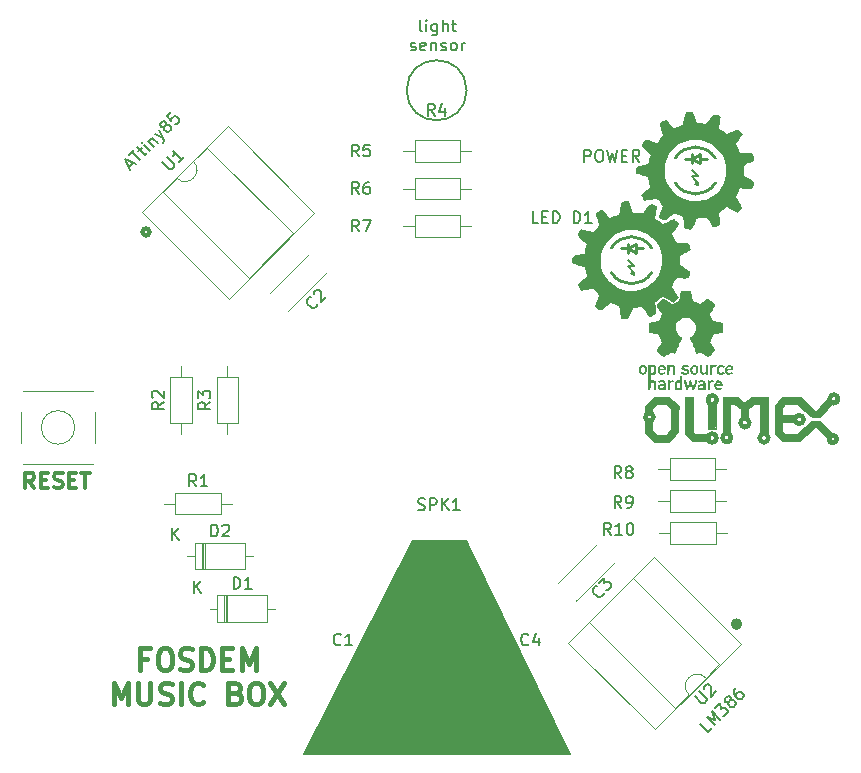
<source format=gbr>
G04 #@! TF.GenerationSoftware,KiCad,Pcbnew,5.99.0-unknown-d20d310~86~ubuntu18.04.1*
G04 #@! TF.CreationDate,2019-12-13T15:01:05+02:00*
G04 #@! TF.ProjectId,FOSDEM-MUSIC-BOX_RevA,464f5344-454d-42d4-9d55-5349432d424f,rev?*
G04 #@! TF.SameCoordinates,Original*
G04 #@! TF.FileFunction,Legend,Top*
G04 #@! TF.FilePolarity,Positive*
%FSLAX46Y46*%
G04 Gerber Fmt 4.6, Leading zero omitted, Abs format (unit mm)*
G04 Created by KiCad (PCBNEW 5.99.0-unknown-d20d310~86~ubuntu18.04.1) date 2019-12-13 15:01:05*
%MOMM*%
%LPD*%
G04 APERTURE LIST*
%ADD10C,0.450000*%
%ADD11C,0.200000*%
%ADD12C,0.150000*%
%ADD13C,0.400000*%
%ADD14C,0.300000*%
%ADD15C,0.100000*%
%ADD16C,0.120000*%
%ADD17C,0.254000*%
%ADD18C,0.127000*%
%ADD19C,0.700000*%
%ADD20C,0.500000*%
G04 APERTURE END LIST*
D10*
X165314285Y-89322428D02*
X164714285Y-89322428D01*
X164714285Y-90265285D02*
X164714285Y-88465285D01*
X165571428Y-88465285D01*
X166600000Y-88465285D02*
X166942857Y-88465285D01*
X167114285Y-88551000D01*
X167285714Y-88722428D01*
X167371428Y-89065285D01*
X167371428Y-89665285D01*
X167285714Y-90008142D01*
X167114285Y-90179571D01*
X166942857Y-90265285D01*
X166600000Y-90265285D01*
X166428571Y-90179571D01*
X166257142Y-90008142D01*
X166171428Y-89665285D01*
X166171428Y-89065285D01*
X166257142Y-88722428D01*
X166428571Y-88551000D01*
X166600000Y-88465285D01*
X168057142Y-90179571D02*
X168314285Y-90265285D01*
X168742857Y-90265285D01*
X168914285Y-90179571D01*
X169000000Y-90093857D01*
X169085714Y-89922428D01*
X169085714Y-89751000D01*
X169000000Y-89579571D01*
X168914285Y-89493857D01*
X168742857Y-89408142D01*
X168400000Y-89322428D01*
X168228571Y-89236714D01*
X168142857Y-89151000D01*
X168057142Y-88979571D01*
X168057142Y-88808142D01*
X168142857Y-88636714D01*
X168228571Y-88551000D01*
X168400000Y-88465285D01*
X168828571Y-88465285D01*
X169085714Y-88551000D01*
X169857142Y-90265285D02*
X169857142Y-88465285D01*
X170285714Y-88465285D01*
X170542857Y-88551000D01*
X170714285Y-88722428D01*
X170800000Y-88893857D01*
X170885714Y-89236714D01*
X170885714Y-89493857D01*
X170800000Y-89836714D01*
X170714285Y-90008142D01*
X170542857Y-90179571D01*
X170285714Y-90265285D01*
X169857142Y-90265285D01*
X171657142Y-89322428D02*
X172257142Y-89322428D01*
X172514285Y-90265285D02*
X171657142Y-90265285D01*
X171657142Y-88465285D01*
X172514285Y-88465285D01*
X173285714Y-90265285D02*
X173285714Y-88465285D01*
X173885714Y-89751000D01*
X174485714Y-88465285D01*
X174485714Y-90265285D01*
X162485714Y-93163285D02*
X162485714Y-91363285D01*
X163085714Y-92649000D01*
X163685714Y-91363285D01*
X163685714Y-93163285D01*
X164542857Y-91363285D02*
X164542857Y-92820428D01*
X164628571Y-92991857D01*
X164714285Y-93077571D01*
X164885714Y-93163285D01*
X165228571Y-93163285D01*
X165400000Y-93077571D01*
X165485714Y-92991857D01*
X165571428Y-92820428D01*
X165571428Y-91363285D01*
X166342857Y-93077571D02*
X166600000Y-93163285D01*
X167028571Y-93163285D01*
X167200000Y-93077571D01*
X167285714Y-92991857D01*
X167371428Y-92820428D01*
X167371428Y-92649000D01*
X167285714Y-92477571D01*
X167200000Y-92391857D01*
X167028571Y-92306142D01*
X166685714Y-92220428D01*
X166514285Y-92134714D01*
X166428571Y-92049000D01*
X166342857Y-91877571D01*
X166342857Y-91706142D01*
X166428571Y-91534714D01*
X166514285Y-91449000D01*
X166685714Y-91363285D01*
X167114285Y-91363285D01*
X167371428Y-91449000D01*
X168142857Y-93163285D02*
X168142857Y-91363285D01*
X170028571Y-92991857D02*
X169942857Y-93077571D01*
X169685714Y-93163285D01*
X169514285Y-93163285D01*
X169257142Y-93077571D01*
X169085714Y-92906142D01*
X169000000Y-92734714D01*
X168914285Y-92391857D01*
X168914285Y-92134714D01*
X169000000Y-91791857D01*
X169085714Y-91620428D01*
X169257142Y-91449000D01*
X169514285Y-91363285D01*
X169685714Y-91363285D01*
X169942857Y-91449000D01*
X170028571Y-91534714D01*
X172771428Y-92220428D02*
X173028571Y-92306142D01*
X173114285Y-92391857D01*
X173200000Y-92563285D01*
X173200000Y-92820428D01*
X173114285Y-92991857D01*
X173028571Y-93077571D01*
X172857142Y-93163285D01*
X172171428Y-93163285D01*
X172171428Y-91363285D01*
X172771428Y-91363285D01*
X172942857Y-91449000D01*
X173028571Y-91534714D01*
X173114285Y-91706142D01*
X173114285Y-91877571D01*
X173028571Y-92049000D01*
X172942857Y-92134714D01*
X172771428Y-92220428D01*
X172171428Y-92220428D01*
X174314285Y-91363285D02*
X174657142Y-91363285D01*
X174828571Y-91449000D01*
X175000000Y-91620428D01*
X175085714Y-91963285D01*
X175085714Y-92563285D01*
X175000000Y-92906142D01*
X174828571Y-93077571D01*
X174657142Y-93163285D01*
X174314285Y-93163285D01*
X174142857Y-93077571D01*
X173971428Y-92906142D01*
X173885714Y-92563285D01*
X173885714Y-91963285D01*
X173971428Y-91620428D01*
X174142857Y-91449000D01*
X174314285Y-91363285D01*
X175685714Y-91363285D02*
X176885714Y-93163285D01*
X176885714Y-91363285D02*
X175685714Y-93163285D01*
D11*
X202290476Y-47252380D02*
X202290476Y-46252380D01*
X202671428Y-46252380D01*
X202766666Y-46300000D01*
X202814285Y-46347619D01*
X202861904Y-46442857D01*
X202861904Y-46585714D01*
X202814285Y-46680952D01*
X202766666Y-46728571D01*
X202671428Y-46776190D01*
X202290476Y-46776190D01*
X203480952Y-46252380D02*
X203671428Y-46252380D01*
X203766666Y-46300000D01*
X203861904Y-46395238D01*
X203909523Y-46585714D01*
X203909523Y-46919047D01*
X203861904Y-47109523D01*
X203766666Y-47204761D01*
X203671428Y-47252380D01*
X203480952Y-47252380D01*
X203385714Y-47204761D01*
X203290476Y-47109523D01*
X203242857Y-46919047D01*
X203242857Y-46585714D01*
X203290476Y-46395238D01*
X203385714Y-46300000D01*
X203480952Y-46252380D01*
X204242857Y-46252380D02*
X204480952Y-47252380D01*
X204671428Y-46538095D01*
X204861904Y-47252380D01*
X205100000Y-46252380D01*
X205480952Y-46728571D02*
X205814285Y-46728571D01*
X205957142Y-47252380D02*
X205480952Y-47252380D01*
X205480952Y-46252380D01*
X205957142Y-46252380D01*
X206957142Y-47252380D02*
X206623809Y-46776190D01*
X206385714Y-47252380D02*
X206385714Y-46252380D01*
X206766666Y-46252380D01*
X206861904Y-46300000D01*
X206909523Y-46347619D01*
X206957142Y-46442857D01*
X206957142Y-46585714D01*
X206909523Y-46680952D01*
X206861904Y-46728571D01*
X206766666Y-46776190D01*
X206385714Y-46776190D01*
D12*
X213124534Y-95215228D02*
X212787816Y-95551946D01*
X212080710Y-94844839D01*
X213360236Y-94979526D02*
X212653129Y-94272419D01*
X213393908Y-94541793D01*
X213124534Y-93801015D01*
X213831641Y-94508122D01*
X213393908Y-93531641D02*
X213831641Y-93093908D01*
X213865312Y-93598984D01*
X213966328Y-93497969D01*
X214067343Y-93464297D01*
X214134687Y-93464297D01*
X214235702Y-93497969D01*
X214404061Y-93666328D01*
X214437732Y-93767343D01*
X214437732Y-93834687D01*
X214404061Y-93935702D01*
X214202030Y-94137732D01*
X214101015Y-94171404D01*
X214033671Y-94171404D01*
X214538748Y-92992893D02*
X214437732Y-93026564D01*
X214370389Y-93026564D01*
X214269374Y-92992893D01*
X214235702Y-92959221D01*
X214202030Y-92858206D01*
X214202030Y-92790862D01*
X214235702Y-92689847D01*
X214370389Y-92555160D01*
X214471404Y-92521488D01*
X214538748Y-92521488D01*
X214639763Y-92555160D01*
X214673435Y-92588832D01*
X214707106Y-92689847D01*
X214707106Y-92757190D01*
X214673435Y-92858206D01*
X214538748Y-92992893D01*
X214505076Y-93093908D01*
X214505076Y-93161251D01*
X214538748Y-93262267D01*
X214673435Y-93396954D01*
X214774450Y-93430625D01*
X214841793Y-93430625D01*
X214942809Y-93396954D01*
X215077496Y-93262267D01*
X215111167Y-93161251D01*
X215111167Y-93093908D01*
X215077496Y-92992893D01*
X214942809Y-92858206D01*
X214841793Y-92824534D01*
X214774450Y-92824534D01*
X214673435Y-92858206D01*
X215111167Y-91814381D02*
X214976480Y-91949068D01*
X214942809Y-92050084D01*
X214942809Y-92117427D01*
X214976480Y-92285786D01*
X215077496Y-92454145D01*
X215346870Y-92723519D01*
X215447885Y-92757190D01*
X215515228Y-92757190D01*
X215616244Y-92723519D01*
X215750931Y-92588832D01*
X215784602Y-92487816D01*
X215784602Y-92420473D01*
X215750931Y-92319458D01*
X215582572Y-92151099D01*
X215481557Y-92117427D01*
X215414213Y-92117427D01*
X215313198Y-92151099D01*
X215178511Y-92285786D01*
X215144839Y-92386801D01*
X215144839Y-92454145D01*
X215178511Y-92555160D01*
X163747038Y-47688663D02*
X164083755Y-47351946D01*
X163881725Y-47958037D02*
X163410320Y-47015228D01*
X164353129Y-47486633D01*
X163780710Y-46644839D02*
X164184771Y-46240778D01*
X164689847Y-47149915D02*
X163982740Y-46442809D01*
X164555160Y-46341793D02*
X164824534Y-46072419D01*
X164420473Y-46005076D02*
X165026564Y-46611167D01*
X165127580Y-46644839D01*
X165228595Y-46611167D01*
X165295938Y-46543824D01*
X165531641Y-46308122D02*
X165060236Y-45836717D01*
X164824534Y-45601015D02*
X164824534Y-45668358D01*
X164891877Y-45668358D01*
X164891877Y-45601015D01*
X164824534Y-45601015D01*
X164891877Y-45668358D01*
X165396954Y-45499999D02*
X165868358Y-45971404D01*
X165464297Y-45567343D02*
X165464297Y-45499999D01*
X165497969Y-45398984D01*
X165598984Y-45297969D01*
X165700000Y-45264297D01*
X165801015Y-45297969D01*
X166171404Y-45668358D01*
X165969374Y-44927580D02*
X166609137Y-45230625D01*
X166306091Y-44590862D02*
X166609137Y-45230625D01*
X166710152Y-45466328D01*
X166710152Y-45533671D01*
X166676480Y-45634687D01*
X166743824Y-44287816D02*
X166642809Y-44321488D01*
X166575465Y-44321488D01*
X166474450Y-44287816D01*
X166440778Y-44254145D01*
X166407106Y-44153129D01*
X166407106Y-44085786D01*
X166440778Y-43984771D01*
X166575465Y-43850084D01*
X166676480Y-43816412D01*
X166743824Y-43816412D01*
X166844839Y-43850084D01*
X166878511Y-43883755D01*
X166912183Y-43984771D01*
X166912183Y-44052114D01*
X166878511Y-44153129D01*
X166743824Y-44287816D01*
X166710152Y-44388832D01*
X166710152Y-44456175D01*
X166743824Y-44557190D01*
X166878511Y-44691877D01*
X166979526Y-44725549D01*
X167046870Y-44725549D01*
X167147885Y-44691877D01*
X167282572Y-44557190D01*
X167316244Y-44456175D01*
X167316244Y-44388832D01*
X167282572Y-44287816D01*
X167147885Y-44153129D01*
X167046870Y-44119458D01*
X166979526Y-44119458D01*
X166878511Y-44153129D01*
X167349915Y-43075633D02*
X167013198Y-43412351D01*
X167316244Y-43782740D01*
X167316244Y-43715397D01*
X167349915Y-43614381D01*
X167518274Y-43446023D01*
X167619289Y-43412351D01*
X167686633Y-43412351D01*
X167787648Y-43446023D01*
X167956007Y-43614381D01*
X167989679Y-43715397D01*
X167989679Y-43782740D01*
X167956007Y-43883755D01*
X167787648Y-44052114D01*
X167686633Y-44085786D01*
X167619289Y-44085786D01*
D13*
X165482843Y-53200000D02*
G75*
G03X165482843Y-53200000I-282843J0D01*
G01*
X215482843Y-86400000D02*
G75*
G03X215482843Y-86400000I-282843J0D01*
G01*
D11*
X198400000Y-52452380D02*
X197923809Y-52452380D01*
X197923809Y-51452380D01*
X198733333Y-51928571D02*
X199066666Y-51928571D01*
X199209523Y-52452380D02*
X198733333Y-52452380D01*
X198733333Y-51452380D01*
X199209523Y-51452380D01*
X199638095Y-52452380D02*
X199638095Y-51452380D01*
X199876190Y-51452380D01*
X200019047Y-51500000D01*
X200114285Y-51595238D01*
X200161904Y-51690476D01*
X200209523Y-51880952D01*
X200209523Y-52023809D01*
X200161904Y-52214285D01*
X200114285Y-52309523D01*
X200019047Y-52404761D01*
X199876190Y-52452380D01*
X199638095Y-52452380D01*
X201400000Y-52452380D02*
X201400000Y-51452380D01*
X201638095Y-51452380D01*
X201780952Y-51500000D01*
X201876190Y-51595238D01*
X201923809Y-51690476D01*
X201971428Y-51880952D01*
X201971428Y-52023809D01*
X201923809Y-52214285D01*
X201876190Y-52309523D01*
X201780952Y-52404761D01*
X201638095Y-52452380D01*
X201400000Y-52452380D01*
X202923809Y-52452380D02*
X202352380Y-52452380D01*
X202638095Y-52452380D02*
X202638095Y-51452380D01*
X202542857Y-51595238D01*
X202447619Y-51690476D01*
X202352380Y-51738095D01*
X188555476Y-36223380D02*
X188460238Y-36175761D01*
X188412619Y-36080523D01*
X188412619Y-35223380D01*
X188936428Y-36223380D02*
X188936428Y-35556714D01*
X188936428Y-35223380D02*
X188888809Y-35271000D01*
X188936428Y-35318619D01*
X188984047Y-35271000D01*
X188936428Y-35223380D01*
X188936428Y-35318619D01*
X189841190Y-35556714D02*
X189841190Y-36366238D01*
X189793571Y-36461476D01*
X189745952Y-36509095D01*
X189650714Y-36556714D01*
X189507857Y-36556714D01*
X189412619Y-36509095D01*
X189841190Y-36175761D02*
X189745952Y-36223380D01*
X189555476Y-36223380D01*
X189460238Y-36175761D01*
X189412619Y-36128142D01*
X189365000Y-36032904D01*
X189365000Y-35747190D01*
X189412619Y-35651952D01*
X189460238Y-35604333D01*
X189555476Y-35556714D01*
X189745952Y-35556714D01*
X189841190Y-35604333D01*
X190317380Y-36223380D02*
X190317380Y-35223380D01*
X190745952Y-36223380D02*
X190745952Y-35699571D01*
X190698333Y-35604333D01*
X190603095Y-35556714D01*
X190460238Y-35556714D01*
X190365000Y-35604333D01*
X190317380Y-35651952D01*
X191079285Y-35556714D02*
X191460238Y-35556714D01*
X191222142Y-35223380D02*
X191222142Y-36080523D01*
X191269761Y-36175761D01*
X191365000Y-36223380D01*
X191460238Y-36223380D01*
X187603095Y-37785761D02*
X187698333Y-37833380D01*
X187888809Y-37833380D01*
X187984047Y-37785761D01*
X188031666Y-37690523D01*
X188031666Y-37642904D01*
X187984047Y-37547666D01*
X187888809Y-37500047D01*
X187745952Y-37500047D01*
X187650714Y-37452428D01*
X187603095Y-37357190D01*
X187603095Y-37309571D01*
X187650714Y-37214333D01*
X187745952Y-37166714D01*
X187888809Y-37166714D01*
X187984047Y-37214333D01*
X188841190Y-37785761D02*
X188745952Y-37833380D01*
X188555476Y-37833380D01*
X188460238Y-37785761D01*
X188412619Y-37690523D01*
X188412619Y-37309571D01*
X188460238Y-37214333D01*
X188555476Y-37166714D01*
X188745952Y-37166714D01*
X188841190Y-37214333D01*
X188888809Y-37309571D01*
X188888809Y-37404809D01*
X188412619Y-37500047D01*
X189317380Y-37166714D02*
X189317380Y-37833380D01*
X189317380Y-37261952D02*
X189365000Y-37214333D01*
X189460238Y-37166714D01*
X189603095Y-37166714D01*
X189698333Y-37214333D01*
X189745952Y-37309571D01*
X189745952Y-37833380D01*
X190174523Y-37785761D02*
X190269761Y-37833380D01*
X190460238Y-37833380D01*
X190555476Y-37785761D01*
X190603095Y-37690523D01*
X190603095Y-37642904D01*
X190555476Y-37547666D01*
X190460238Y-37500047D01*
X190317380Y-37500047D01*
X190222142Y-37452428D01*
X190174523Y-37357190D01*
X190174523Y-37309571D01*
X190222142Y-37214333D01*
X190317380Y-37166714D01*
X190460238Y-37166714D01*
X190555476Y-37214333D01*
X191174523Y-37833380D02*
X191079285Y-37785761D01*
X191031666Y-37738142D01*
X190984047Y-37642904D01*
X190984047Y-37357190D01*
X191031666Y-37261952D01*
X191079285Y-37214333D01*
X191174523Y-37166714D01*
X191317380Y-37166714D01*
X191412619Y-37214333D01*
X191460238Y-37261952D01*
X191507857Y-37357190D01*
X191507857Y-37642904D01*
X191460238Y-37738142D01*
X191412619Y-37785761D01*
X191317380Y-37833380D01*
X191174523Y-37833380D01*
X191936428Y-37833380D02*
X191936428Y-37166714D01*
X191936428Y-37357190D02*
X191984047Y-37261952D01*
X192031666Y-37214333D01*
X192126904Y-37166714D01*
X192222142Y-37166714D01*
D14*
X155718904Y-74883095D02*
X155285571Y-74264047D01*
X154976047Y-74883095D02*
X154976047Y-73583095D01*
X155471285Y-73583095D01*
X155595095Y-73645000D01*
X155657000Y-73706904D01*
X155718904Y-73830714D01*
X155718904Y-74016428D01*
X155657000Y-74140238D01*
X155595095Y-74202142D01*
X155471285Y-74264047D01*
X154976047Y-74264047D01*
X156276047Y-74202142D02*
X156709380Y-74202142D01*
X156895095Y-74883095D02*
X156276047Y-74883095D01*
X156276047Y-73583095D01*
X156895095Y-73583095D01*
X157390333Y-74821190D02*
X157576047Y-74883095D01*
X157885571Y-74883095D01*
X158009380Y-74821190D01*
X158071285Y-74759285D01*
X158133190Y-74635476D01*
X158133190Y-74511666D01*
X158071285Y-74387857D01*
X158009380Y-74325952D01*
X157885571Y-74264047D01*
X157637952Y-74202142D01*
X157514142Y-74140238D01*
X157452238Y-74078333D01*
X157390333Y-73954523D01*
X157390333Y-73830714D01*
X157452238Y-73706904D01*
X157514142Y-73645000D01*
X157637952Y-73583095D01*
X157947476Y-73583095D01*
X158133190Y-73645000D01*
X158690333Y-74202142D02*
X159123666Y-74202142D01*
X159309380Y-74883095D02*
X158690333Y-74883095D01*
X158690333Y-73583095D01*
X159309380Y-73583095D01*
X159680809Y-73583095D02*
X160423666Y-73583095D01*
X160052238Y-74883095D02*
X160052238Y-73583095D01*
D15*
G36*
X201100000Y-97400000D02*
G01*
X178500000Y-97400000D01*
X187700000Y-79300000D01*
X192300000Y-79300000D01*
X201100000Y-97400000D01*
G37*
X201100000Y-97400000D02*
X178500000Y-97400000D01*
X187700000Y-79300000D01*
X192300000Y-79300000D01*
X201100000Y-97400000D01*
D16*
X209590000Y-77780000D02*
X209590000Y-79620000D01*
X209590000Y-79620000D02*
X213430000Y-79620000D01*
X213430000Y-79620000D02*
X213430000Y-77780000D01*
X213430000Y-77780000D02*
X209590000Y-77780000D01*
X208640000Y-78700000D02*
X209590000Y-78700000D01*
X214380000Y-78700000D02*
X213430000Y-78700000D01*
D17*
X213400000Y-49050000D02*
G75*
G02X210000000Y-49050000I-1700000J1050000D01*
G01*
X210000000Y-46950000D02*
G75*
G02X213400000Y-46950000I1700000J-1050000D01*
G01*
D18*
X211954000Y-49100000D02*
X211954000Y-49227000D01*
X211954000Y-49227000D02*
X211827000Y-49100000D01*
X211446000Y-47957000D02*
X211954000Y-48465000D01*
X211954000Y-48465000D02*
X211446000Y-48465000D01*
X211446000Y-48465000D02*
X211954000Y-49100000D01*
X211954000Y-49100000D02*
X211954000Y-48973000D01*
X211954000Y-48973000D02*
X211700000Y-49100000D01*
X211700000Y-49100000D02*
X211954000Y-49227000D01*
D17*
X212081000Y-46984000D02*
X212716000Y-46984000D01*
X210811000Y-46984000D02*
X211446000Y-46984000D01*
X211446000Y-47365000D02*
X211446000Y-46603000D01*
X212081000Y-46603000D02*
X212081000Y-47365000D01*
X212081000Y-47365000D02*
X211446000Y-46984000D01*
X211446000Y-46984000D02*
X212081000Y-46603000D01*
G36*
X206693435Y-47842433D02*
G01*
X206713638Y-47747501D01*
X206766217Y-47679210D01*
X206866639Y-47626617D01*
X207030374Y-47578775D01*
X207272891Y-47524743D01*
X207349212Y-47508655D01*
X207732743Y-47428032D01*
X207763417Y-47236208D01*
X207801966Y-47055238D01*
X207855744Y-46865951D01*
X207862789Y-46844986D01*
X207931487Y-46645588D01*
X207659149Y-46412922D01*
X207504360Y-46272478D01*
X207367132Y-46133806D01*
X207282449Y-46033693D01*
X207178086Y-45887129D01*
X207295294Y-45636885D01*
X207412501Y-45386642D01*
X207617488Y-45417382D01*
X207778580Y-45449241D01*
X207983407Y-45499884D01*
X208138690Y-45543864D01*
X208454905Y-45639606D01*
X208587019Y-45480718D01*
X208712223Y-45332605D01*
X208839684Y-45185314D01*
X208849696Y-45173949D01*
X208980259Y-45026068D01*
X208837171Y-44605377D01*
X208772423Y-44404785D01*
X208722940Y-44232016D01*
X208696484Y-44114984D01*
X208694083Y-44090805D01*
X208735203Y-44006103D01*
X208844924Y-43897953D01*
X208922890Y-43839501D01*
X209022229Y-43770709D01*
X209097365Y-43730115D01*
X209165489Y-43724550D01*
X209243787Y-43760844D01*
X209349448Y-43845829D01*
X209499662Y-43986334D01*
X209646440Y-44127039D01*
X209922465Y-44390980D01*
X210222574Y-44273335D01*
X210391792Y-44207625D01*
X210530888Y-44154723D01*
X210600711Y-44129272D01*
X210647423Y-44076896D01*
X210693976Y-43946198D01*
X210743126Y-43728367D01*
X210767230Y-43597266D01*
X210808638Y-43383093D01*
X210849909Y-43207739D01*
X210885349Y-43093582D01*
X210903409Y-43062205D01*
X210977200Y-43040731D01*
X211114628Y-43017645D01*
X211217877Y-43005198D01*
X211376357Y-42993701D01*
X211462929Y-43005196D01*
X211504432Y-43045690D01*
X211514497Y-43071574D01*
X211545035Y-43160675D01*
X211599979Y-43314956D01*
X211669035Y-43505600D01*
X211691220Y-43566273D01*
X211838103Y-43967062D01*
X212232464Y-44005109D01*
X212430305Y-44022647D01*
X212554283Y-44024993D01*
X212630207Y-44007185D01*
X212683889Y-43964259D01*
X212727022Y-43910015D01*
X212955220Y-43616456D01*
X213134830Y-43406666D01*
X213265067Y-43281494D01*
X213343483Y-43241732D01*
X213439014Y-43262350D01*
X213579830Y-43312984D01*
X213640735Y-43339217D01*
X213853068Y-43435602D01*
X213824421Y-43676282D01*
X213797949Y-43875823D01*
X213764366Y-44100228D01*
X213749993Y-44188463D01*
X213726907Y-44338723D01*
X213715559Y-44440460D01*
X213716603Y-44467292D01*
X213761047Y-44496643D01*
X213867506Y-44567725D01*
X214014818Y-44666400D01*
X214047889Y-44688584D01*
X214366783Y-44902547D01*
X214749269Y-44729024D01*
X214988437Y-44621375D01*
X215155750Y-44553140D01*
X215270920Y-44523043D01*
X215353653Y-44529804D01*
X215423660Y-44572146D01*
X215500648Y-44648792D01*
X215528270Y-44678517D01*
X215629481Y-44797467D01*
X215694154Y-44892777D01*
X215706534Y-44926195D01*
X215679460Y-44989537D01*
X215605631Y-45112478D01*
X215498026Y-45274168D01*
X215428013Y-45373644D01*
X215148135Y-45763735D01*
X215331798Y-46130388D01*
X215515460Y-46497042D01*
X215874693Y-46497593D01*
X216085249Y-46502165D01*
X216282601Y-46513565D01*
X216415045Y-46528102D01*
X216519609Y-46551745D01*
X216581660Y-46596509D01*
X216622357Y-46689086D01*
X216658051Y-46834597D01*
X216686682Y-46959837D01*
X216697364Y-47048128D01*
X216677286Y-47115202D01*
X216613635Y-47176790D01*
X216493602Y-47248624D01*
X216304375Y-47346433D01*
X216196352Y-47401517D01*
X215808087Y-47600330D01*
X215808510Y-48013084D01*
X215808933Y-48425839D01*
X216131419Y-48597124D01*
X216312261Y-48698364D01*
X216474020Y-48797869D01*
X216579790Y-48872666D01*
X216653273Y-48941645D01*
X216681518Y-49009873D01*
X216671748Y-49114045D01*
X216648115Y-49219765D01*
X216599659Y-49369720D01*
X216526835Y-49468920D01*
X216411935Y-49525137D01*
X216237254Y-49546141D01*
X215985085Y-49539704D01*
X215927462Y-49536055D01*
X215520802Y-49508775D01*
X215332167Y-49875460D01*
X215143533Y-50242144D01*
X215291174Y-50461210D01*
X215410367Y-50645400D01*
X215532001Y-50844258D01*
X215567850Y-50905720D01*
X215696886Y-51131164D01*
X215501319Y-51356608D01*
X215305751Y-51582052D01*
X214838199Y-51340315D01*
X214370646Y-51098579D01*
X214036686Y-51315266D01*
X213869589Y-51427000D01*
X213772084Y-51505954D01*
X213728035Y-51571212D01*
X213721307Y-51641862D01*
X213726431Y-51682249D01*
X213739804Y-51807411D01*
X213752405Y-51993336D01*
X213761581Y-52200610D01*
X213761823Y-52208284D01*
X213773511Y-52584024D01*
X213600957Y-52666942D01*
X213440540Y-52741748D01*
X213325837Y-52777353D01*
X213235680Y-52764915D01*
X213148905Y-52695593D01*
X213044345Y-52560545D01*
X212923197Y-52383823D01*
X212631956Y-51955069D01*
X212328799Y-51984403D01*
X212085066Y-52010895D01*
X211926213Y-52036499D01*
X211837028Y-52064949D01*
X211802302Y-52099980D01*
X211800198Y-52114184D01*
X211780043Y-52181035D01*
X211726034Y-52314795D01*
X211647857Y-52492133D01*
X211603053Y-52589167D01*
X211504155Y-52794723D01*
X211424315Y-52923811D01*
X211339519Y-52990428D01*
X211225756Y-53008572D01*
X211059011Y-52992243D01*
X210941959Y-52974554D01*
X210881230Y-52959652D01*
X210836599Y-52926120D01*
X210803251Y-52858205D01*
X210776367Y-52740157D01*
X210751131Y-52556224D01*
X210722725Y-52290654D01*
X210717757Y-52241458D01*
X210689924Y-52039529D01*
X210653413Y-51922359D01*
X210603420Y-51874585D01*
X210602986Y-51874451D01*
X210515639Y-51843187D01*
X210370321Y-51786809D01*
X210230686Y-51730610D01*
X209938688Y-51611210D01*
X209612785Y-51887682D01*
X209406261Y-52059327D01*
X209255180Y-52169542D01*
X209140316Y-52223708D01*
X209042441Y-52227206D01*
X208942328Y-52185417D01*
X208826384Y-52107773D01*
X208599597Y-51944907D01*
X208715548Y-51638233D01*
X208790117Y-51444221D01*
X208863158Y-51259348D01*
X208906531Y-51153261D01*
X208948491Y-51040525D01*
X208947026Y-50962680D01*
X208892646Y-50878905D01*
X208825006Y-50802570D01*
X208701847Y-50662517D01*
X208588196Y-50526319D01*
X208563374Y-50495001D01*
X208498949Y-50418601D01*
X208439179Y-50385927D01*
X208350573Y-50391054D01*
X208199643Y-50428057D01*
X208193757Y-50429609D01*
X207977507Y-50478991D01*
X207744821Y-50521082D01*
X207663911Y-50532542D01*
X207398609Y-50565689D01*
X207263937Y-50299928D01*
X207129266Y-50034166D01*
X207298171Y-49881285D01*
X207439233Y-49756027D01*
X207605832Y-49611380D01*
X207683649Y-49544949D01*
X207900222Y-49361496D01*
X207811709Y-48967693D01*
X207723196Y-48573889D01*
X207344439Y-48466440D01*
X207082822Y-48391842D01*
X206902198Y-48334790D01*
X206787590Y-48284035D01*
X206724022Y-48228327D01*
X206696517Y-48156416D01*
X206690099Y-48057051D01*
X206690125Y-48001999D01*
X209095467Y-48001999D01*
X209130340Y-48476823D01*
X209241206Y-48901972D01*
X209435053Y-49293921D01*
X209718867Y-49669147D01*
X209870544Y-49829692D01*
X210211490Y-50127690D01*
X210568688Y-50346501D01*
X210975332Y-50505692D01*
X211059029Y-50530281D01*
X211325235Y-50576662D01*
X211648618Y-50590348D01*
X211992261Y-50573086D01*
X212319248Y-50526622D01*
X212576726Y-50458491D01*
X213029588Y-50247342D01*
X213425774Y-49961437D01*
X213758299Y-49611960D01*
X214020178Y-49210095D01*
X214204424Y-48767024D01*
X214304053Y-48293932D01*
X214312079Y-47802002D01*
X214301466Y-47697298D01*
X214198524Y-47211716D01*
X214011587Y-46773691D01*
X213735573Y-46373488D01*
X213460659Y-46086379D01*
X213061314Y-45781332D01*
X212627023Y-45564645D01*
X212169421Y-45435971D01*
X211700144Y-45394959D01*
X211230827Y-45441262D01*
X210773106Y-45574528D01*
X210338618Y-45794410D01*
X209938996Y-46100558D01*
X209841488Y-46195010D01*
X209516012Y-46586413D01*
X209285435Y-47005737D01*
X209146463Y-47460959D01*
X209095803Y-47960057D01*
X209095467Y-48001999D01*
X206690125Y-48001999D01*
X206690139Y-47974951D01*
X206693435Y-47842433D01*
G37*
G36*
X201293435Y-55442433D02*
G01*
X201313638Y-55347501D01*
X201366217Y-55279210D01*
X201466639Y-55226617D01*
X201630374Y-55178775D01*
X201872891Y-55124743D01*
X201949212Y-55108655D01*
X202332743Y-55028032D01*
X202363417Y-54836208D01*
X202401966Y-54655238D01*
X202455744Y-54465951D01*
X202462789Y-54444986D01*
X202531487Y-54245588D01*
X202259149Y-54012922D01*
X202104360Y-53872478D01*
X201967132Y-53733806D01*
X201882449Y-53633693D01*
X201778086Y-53487129D01*
X201895294Y-53236885D01*
X202012501Y-52986642D01*
X202217488Y-53017382D01*
X202378580Y-53049241D01*
X202583407Y-53099884D01*
X202738690Y-53143864D01*
X203054905Y-53239606D01*
X203187019Y-53080718D01*
X203312223Y-52932605D01*
X203439684Y-52785314D01*
X203449696Y-52773949D01*
X203580259Y-52626068D01*
X203437171Y-52205377D01*
X203372423Y-52004785D01*
X203322940Y-51832016D01*
X203296484Y-51714984D01*
X203294083Y-51690805D01*
X203335203Y-51606103D01*
X203444924Y-51497953D01*
X203522890Y-51439501D01*
X203622229Y-51370709D01*
X203697365Y-51330115D01*
X203765489Y-51324550D01*
X203843787Y-51360844D01*
X203949448Y-51445829D01*
X204099662Y-51586334D01*
X204246440Y-51727039D01*
X204522465Y-51990980D01*
X204822574Y-51873335D01*
X204991792Y-51807625D01*
X205130888Y-51754723D01*
X205200711Y-51729272D01*
X205247423Y-51676896D01*
X205293976Y-51546198D01*
X205343126Y-51328367D01*
X205367230Y-51197266D01*
X205408638Y-50983093D01*
X205449909Y-50807739D01*
X205485349Y-50693582D01*
X205503409Y-50662205D01*
X205577200Y-50640731D01*
X205714628Y-50617645D01*
X205817877Y-50605198D01*
X205976357Y-50593701D01*
X206062929Y-50605196D01*
X206104432Y-50645690D01*
X206114497Y-50671574D01*
X206145035Y-50760675D01*
X206199979Y-50914956D01*
X206269035Y-51105600D01*
X206291220Y-51166273D01*
X206438103Y-51567062D01*
X206832464Y-51605109D01*
X207030305Y-51622647D01*
X207154283Y-51624993D01*
X207230207Y-51607185D01*
X207283889Y-51564259D01*
X207327022Y-51510015D01*
X207555220Y-51216456D01*
X207734830Y-51006666D01*
X207865067Y-50881494D01*
X207943483Y-50841732D01*
X208039014Y-50862350D01*
X208179830Y-50912984D01*
X208240735Y-50939217D01*
X208453068Y-51035602D01*
X208424421Y-51276282D01*
X208397949Y-51475823D01*
X208364366Y-51700228D01*
X208349993Y-51788463D01*
X208326907Y-51938723D01*
X208315559Y-52040460D01*
X208316603Y-52067292D01*
X208361047Y-52096643D01*
X208467506Y-52167725D01*
X208614818Y-52266400D01*
X208647889Y-52288584D01*
X208966783Y-52502547D01*
X209349269Y-52329024D01*
X209588437Y-52221375D01*
X209755750Y-52153140D01*
X209870920Y-52123043D01*
X209953653Y-52129804D01*
X210023660Y-52172146D01*
X210100648Y-52248792D01*
X210128270Y-52278517D01*
X210229481Y-52397467D01*
X210294154Y-52492777D01*
X210306534Y-52526195D01*
X210279460Y-52589537D01*
X210205631Y-52712478D01*
X210098026Y-52874168D01*
X210028013Y-52973644D01*
X209748135Y-53363735D01*
X209931798Y-53730388D01*
X210115460Y-54097042D01*
X210474693Y-54097593D01*
X210685249Y-54102165D01*
X210882601Y-54113565D01*
X211015045Y-54128102D01*
X211119609Y-54151745D01*
X211181660Y-54196509D01*
X211222357Y-54289086D01*
X211258051Y-54434597D01*
X211286682Y-54559837D01*
X211297364Y-54648128D01*
X211277286Y-54715202D01*
X211213635Y-54776790D01*
X211093602Y-54848624D01*
X210904375Y-54946433D01*
X210796352Y-55001517D01*
X210408087Y-55200330D01*
X210408510Y-55613084D01*
X210408933Y-56025839D01*
X210731419Y-56197124D01*
X210912261Y-56298364D01*
X211074020Y-56397869D01*
X211179790Y-56472666D01*
X211253273Y-56541645D01*
X211281518Y-56609873D01*
X211271748Y-56714045D01*
X211248115Y-56819765D01*
X211199659Y-56969720D01*
X211126835Y-57068920D01*
X211011935Y-57125137D01*
X210837254Y-57146141D01*
X210585085Y-57139704D01*
X210527462Y-57136055D01*
X210120802Y-57108775D01*
X209932167Y-57475460D01*
X209743533Y-57842144D01*
X209891174Y-58061210D01*
X210010367Y-58245400D01*
X210132001Y-58444258D01*
X210167850Y-58505720D01*
X210296886Y-58731164D01*
X210101319Y-58956608D01*
X209905751Y-59182052D01*
X209438199Y-58940315D01*
X208970646Y-58698579D01*
X208636686Y-58915266D01*
X208469589Y-59027000D01*
X208372084Y-59105954D01*
X208328035Y-59171212D01*
X208321307Y-59241862D01*
X208326431Y-59282249D01*
X208339804Y-59407411D01*
X208352405Y-59593336D01*
X208361581Y-59800610D01*
X208361823Y-59808284D01*
X208373511Y-60184024D01*
X208200957Y-60266942D01*
X208040540Y-60341748D01*
X207925837Y-60377353D01*
X207835680Y-60364915D01*
X207748905Y-60295593D01*
X207644345Y-60160545D01*
X207523197Y-59983823D01*
X207231956Y-59555069D01*
X206928799Y-59584403D01*
X206685066Y-59610895D01*
X206526213Y-59636499D01*
X206437028Y-59664949D01*
X206402302Y-59699980D01*
X206400198Y-59714184D01*
X206380043Y-59781035D01*
X206326034Y-59914795D01*
X206247857Y-60092133D01*
X206203053Y-60189167D01*
X206104155Y-60394723D01*
X206024315Y-60523811D01*
X205939519Y-60590428D01*
X205825756Y-60608572D01*
X205659011Y-60592243D01*
X205541959Y-60574554D01*
X205481230Y-60559652D01*
X205436599Y-60526120D01*
X205403251Y-60458205D01*
X205376367Y-60340157D01*
X205351131Y-60156224D01*
X205322725Y-59890654D01*
X205317757Y-59841458D01*
X205289924Y-59639529D01*
X205253413Y-59522359D01*
X205203420Y-59474585D01*
X205202986Y-59474451D01*
X205115639Y-59443187D01*
X204970321Y-59386809D01*
X204830686Y-59330610D01*
X204538688Y-59211210D01*
X204212785Y-59487682D01*
X204006261Y-59659327D01*
X203855180Y-59769542D01*
X203740316Y-59823708D01*
X203642441Y-59827206D01*
X203542328Y-59785417D01*
X203426384Y-59707773D01*
X203199597Y-59544907D01*
X203315548Y-59238233D01*
X203390117Y-59044221D01*
X203463158Y-58859348D01*
X203506531Y-58753261D01*
X203548491Y-58640525D01*
X203547026Y-58562680D01*
X203492646Y-58478905D01*
X203425006Y-58402570D01*
X203301847Y-58262517D01*
X203188196Y-58126319D01*
X203163374Y-58095001D01*
X203098949Y-58018601D01*
X203039179Y-57985927D01*
X202950573Y-57991054D01*
X202799643Y-58028057D01*
X202793757Y-58029609D01*
X202577507Y-58078991D01*
X202344821Y-58121082D01*
X202263911Y-58132542D01*
X201998609Y-58165689D01*
X201863937Y-57899928D01*
X201729266Y-57634166D01*
X201898171Y-57481285D01*
X202039233Y-57356027D01*
X202205832Y-57211380D01*
X202283649Y-57144949D01*
X202500222Y-56961496D01*
X202411709Y-56567693D01*
X202323196Y-56173889D01*
X201944439Y-56066440D01*
X201682822Y-55991842D01*
X201502198Y-55934790D01*
X201387590Y-55884035D01*
X201324022Y-55828327D01*
X201296517Y-55756416D01*
X201290099Y-55657051D01*
X201290125Y-55601999D01*
X203695467Y-55601999D01*
X203730340Y-56076823D01*
X203841206Y-56501972D01*
X204035053Y-56893921D01*
X204318867Y-57269147D01*
X204470544Y-57429692D01*
X204811490Y-57727690D01*
X205168688Y-57946501D01*
X205575332Y-58105692D01*
X205659029Y-58130281D01*
X205925235Y-58176662D01*
X206248618Y-58190348D01*
X206592261Y-58173086D01*
X206919248Y-58126622D01*
X207176726Y-58058491D01*
X207629588Y-57847342D01*
X208025774Y-57561437D01*
X208358299Y-57211960D01*
X208620178Y-56810095D01*
X208804424Y-56367024D01*
X208904053Y-55893932D01*
X208912079Y-55402002D01*
X208901466Y-55297298D01*
X208798524Y-54811716D01*
X208611587Y-54373691D01*
X208335573Y-53973488D01*
X208060659Y-53686379D01*
X207661314Y-53381332D01*
X207227023Y-53164645D01*
X206769421Y-53035971D01*
X206300144Y-52994959D01*
X205830827Y-53041262D01*
X205373106Y-53174528D01*
X204938618Y-53394410D01*
X204538996Y-53700558D01*
X204441488Y-53795010D01*
X204116012Y-54186413D01*
X203885435Y-54605737D01*
X203746463Y-55060959D01*
X203695803Y-55560057D01*
X203695467Y-55601999D01*
X201290125Y-55601999D01*
X201290139Y-55574951D01*
X201293435Y-55442433D01*
G37*
X208000000Y-56650000D02*
G75*
G02X204600000Y-56650000I-1700000J1050000D01*
G01*
X204600000Y-54550000D02*
G75*
G02X208000000Y-54550000I1700000J-1050000D01*
G01*
D18*
X206554000Y-56700000D02*
X206554000Y-56827000D01*
X206554000Y-56827000D02*
X206427000Y-56700000D01*
X206046000Y-55557000D02*
X206554000Y-56065000D01*
X206554000Y-56065000D02*
X206046000Y-56065000D01*
X206046000Y-56065000D02*
X206554000Y-56700000D01*
X206554000Y-56700000D02*
X206554000Y-56573000D01*
X206554000Y-56573000D02*
X206300000Y-56700000D01*
X206300000Y-56700000D02*
X206554000Y-56827000D01*
D17*
X206681000Y-54584000D02*
X207316000Y-54584000D01*
X205411000Y-54584000D02*
X206046000Y-54584000D01*
X206046000Y-54965000D02*
X206046000Y-54203000D01*
X206681000Y-54203000D02*
X206681000Y-54965000D01*
X206681000Y-54965000D02*
X206046000Y-54584000D01*
X206046000Y-54584000D02*
X206681000Y-54203000D01*
D16*
X196570000Y-89050000D02*
G75*
G03X196570000Y-89050000I-3270000J0D01*
G01*
X190070000Y-89050000D02*
X196530000Y-89050000D01*
X190070000Y-89010000D02*
X196530000Y-89010000D01*
X190070000Y-88970000D02*
X196530000Y-88970000D01*
X190072000Y-88930000D02*
X196528000Y-88930000D01*
X190073000Y-88890000D02*
X196527000Y-88890000D01*
X190076000Y-88850000D02*
X196524000Y-88850000D01*
X190078000Y-88810000D02*
X192260000Y-88810000D01*
X194340000Y-88810000D02*
X196522000Y-88810000D01*
X190082000Y-88770000D02*
X192260000Y-88770000D01*
X194340000Y-88770000D02*
X196518000Y-88770000D01*
X190085000Y-88730000D02*
X192260000Y-88730000D01*
X194340000Y-88730000D02*
X196515000Y-88730000D01*
X190089000Y-88690000D02*
X192260000Y-88690000D01*
X194340000Y-88690000D02*
X196511000Y-88690000D01*
X190094000Y-88650000D02*
X192260000Y-88650000D01*
X194340000Y-88650000D02*
X196506000Y-88650000D01*
X190099000Y-88610000D02*
X192260000Y-88610000D01*
X194340000Y-88610000D02*
X196501000Y-88610000D01*
X190105000Y-88570000D02*
X192260000Y-88570000D01*
X194340000Y-88570000D02*
X196495000Y-88570000D01*
X190111000Y-88530000D02*
X192260000Y-88530000D01*
X194340000Y-88530000D02*
X196489000Y-88530000D01*
X190118000Y-88490000D02*
X192260000Y-88490000D01*
X194340000Y-88490000D02*
X196482000Y-88490000D01*
X190125000Y-88450000D02*
X192260000Y-88450000D01*
X194340000Y-88450000D02*
X196475000Y-88450000D01*
X190133000Y-88410000D02*
X192260000Y-88410000D01*
X194340000Y-88410000D02*
X196467000Y-88410000D01*
X190141000Y-88370000D02*
X192260000Y-88370000D01*
X194340000Y-88370000D02*
X196459000Y-88370000D01*
X190150000Y-88329000D02*
X192260000Y-88329000D01*
X194340000Y-88329000D02*
X196450000Y-88329000D01*
X190159000Y-88289000D02*
X192260000Y-88289000D01*
X194340000Y-88289000D02*
X196441000Y-88289000D01*
X190169000Y-88249000D02*
X192260000Y-88249000D01*
X194340000Y-88249000D02*
X196431000Y-88249000D01*
X190179000Y-88209000D02*
X192260000Y-88209000D01*
X194340000Y-88209000D02*
X196421000Y-88209000D01*
X190190000Y-88169000D02*
X192260000Y-88169000D01*
X194340000Y-88169000D02*
X196410000Y-88169000D01*
X190202000Y-88129000D02*
X192260000Y-88129000D01*
X194340000Y-88129000D02*
X196398000Y-88129000D01*
X190214000Y-88089000D02*
X192260000Y-88089000D01*
X194340000Y-88089000D02*
X196386000Y-88089000D01*
X190226000Y-88049000D02*
X192260000Y-88049000D01*
X194340000Y-88049000D02*
X196374000Y-88049000D01*
X190239000Y-88009000D02*
X192260000Y-88009000D01*
X194340000Y-88009000D02*
X196361000Y-88009000D01*
X190253000Y-87969000D02*
X192260000Y-87969000D01*
X194340000Y-87969000D02*
X196347000Y-87969000D01*
X190267000Y-87929000D02*
X192260000Y-87929000D01*
X194340000Y-87929000D02*
X196333000Y-87929000D01*
X190282000Y-87889000D02*
X192260000Y-87889000D01*
X194340000Y-87889000D02*
X196318000Y-87889000D01*
X190298000Y-87849000D02*
X192260000Y-87849000D01*
X194340000Y-87849000D02*
X196302000Y-87849000D01*
X190314000Y-87809000D02*
X192260000Y-87809000D01*
X194340000Y-87809000D02*
X196286000Y-87809000D01*
X190330000Y-87769000D02*
X192260000Y-87769000D01*
X194340000Y-87769000D02*
X196270000Y-87769000D01*
X190348000Y-87729000D02*
X192260000Y-87729000D01*
X194340000Y-87729000D02*
X196252000Y-87729000D01*
X190366000Y-87689000D02*
X192260000Y-87689000D01*
X194340000Y-87689000D02*
X196234000Y-87689000D01*
X190384000Y-87649000D02*
X192260000Y-87649000D01*
X194340000Y-87649000D02*
X196216000Y-87649000D01*
X190404000Y-87609000D02*
X192260000Y-87609000D01*
X194340000Y-87609000D02*
X196196000Y-87609000D01*
X190424000Y-87569000D02*
X192260000Y-87569000D01*
X194340000Y-87569000D02*
X196176000Y-87569000D01*
X190444000Y-87529000D02*
X192260000Y-87529000D01*
X194340000Y-87529000D02*
X196156000Y-87529000D01*
X190466000Y-87489000D02*
X192260000Y-87489000D01*
X194340000Y-87489000D02*
X196134000Y-87489000D01*
X190488000Y-87449000D02*
X192260000Y-87449000D01*
X194340000Y-87449000D02*
X196112000Y-87449000D01*
X190510000Y-87409000D02*
X192260000Y-87409000D01*
X194340000Y-87409000D02*
X196090000Y-87409000D01*
X190534000Y-87369000D02*
X192260000Y-87369000D01*
X194340000Y-87369000D02*
X196066000Y-87369000D01*
X190558000Y-87329000D02*
X192260000Y-87329000D01*
X194340000Y-87329000D02*
X196042000Y-87329000D01*
X190584000Y-87289000D02*
X192260000Y-87289000D01*
X194340000Y-87289000D02*
X196016000Y-87289000D01*
X190610000Y-87249000D02*
X192260000Y-87249000D01*
X194340000Y-87249000D02*
X195990000Y-87249000D01*
X190636000Y-87209000D02*
X192260000Y-87209000D01*
X194340000Y-87209000D02*
X195964000Y-87209000D01*
X190664000Y-87169000D02*
X192260000Y-87169000D01*
X194340000Y-87169000D02*
X195936000Y-87169000D01*
X190693000Y-87129000D02*
X192260000Y-87129000D01*
X194340000Y-87129000D02*
X195907000Y-87129000D01*
X190722000Y-87089000D02*
X192260000Y-87089000D01*
X194340000Y-87089000D02*
X195878000Y-87089000D01*
X190752000Y-87049000D02*
X192260000Y-87049000D01*
X194340000Y-87049000D02*
X195848000Y-87049000D01*
X190784000Y-87009000D02*
X192260000Y-87009000D01*
X194340000Y-87009000D02*
X195816000Y-87009000D01*
X190816000Y-86969000D02*
X192260000Y-86969000D01*
X194340000Y-86969000D02*
X195784000Y-86969000D01*
X190850000Y-86929000D02*
X192260000Y-86929000D01*
X194340000Y-86929000D02*
X195750000Y-86929000D01*
X190884000Y-86889000D02*
X192260000Y-86889000D01*
X194340000Y-86889000D02*
X195716000Y-86889000D01*
X190920000Y-86849000D02*
X192260000Y-86849000D01*
X194340000Y-86849000D02*
X195680000Y-86849000D01*
X190957000Y-86809000D02*
X192260000Y-86809000D01*
X194340000Y-86809000D02*
X195643000Y-86809000D01*
X190995000Y-86769000D02*
X192260000Y-86769000D01*
X194340000Y-86769000D02*
X195605000Y-86769000D01*
X191035000Y-86729000D02*
X195565000Y-86729000D01*
X191076000Y-86689000D02*
X195524000Y-86689000D01*
X191118000Y-86649000D02*
X195482000Y-86649000D01*
X191163000Y-86609000D02*
X195437000Y-86609000D01*
X191208000Y-86569000D02*
X195392000Y-86569000D01*
X191256000Y-86529000D02*
X195344000Y-86529000D01*
X191305000Y-86489000D02*
X195295000Y-86489000D01*
X191356000Y-86449000D02*
X195244000Y-86449000D01*
X191410000Y-86409000D02*
X195190000Y-86409000D01*
X191466000Y-86369000D02*
X195134000Y-86369000D01*
X191524000Y-86329000D02*
X195076000Y-86329000D01*
X191586000Y-86289000D02*
X195014000Y-86289000D01*
X191650000Y-86249000D02*
X194950000Y-86249000D01*
X191719000Y-86209000D02*
X194881000Y-86209000D01*
X191791000Y-86169000D02*
X194809000Y-86169000D01*
X191868000Y-86129000D02*
X194732000Y-86129000D01*
X191950000Y-86089000D02*
X194650000Y-86089000D01*
X192038000Y-86049000D02*
X194562000Y-86049000D01*
X192135000Y-86009000D02*
X194465000Y-86009000D01*
X192241000Y-85969000D02*
X194359000Y-85969000D01*
X192360000Y-85929000D02*
X194240000Y-85929000D01*
X192498000Y-85889000D02*
X194102000Y-85889000D01*
X192667000Y-85849000D02*
X193933000Y-85849000D01*
X192898000Y-85809000D02*
X193702000Y-85809000D01*
X191461000Y-92550241D02*
X191461000Y-91920241D01*
X191146000Y-92235241D02*
X191776000Y-92235241D01*
X188520000Y-89200000D02*
G75*
G03X188520000Y-89200000I-2620000J0D01*
G01*
X186940000Y-89200000D02*
X188480000Y-89200000D01*
X183320000Y-89200000D02*
X184860000Y-89200000D01*
X186940000Y-89160000D02*
X188480000Y-89160000D01*
X183320000Y-89160000D02*
X184860000Y-89160000D01*
X183321000Y-89120000D02*
X184860000Y-89120000D01*
X186940000Y-89120000D02*
X188479000Y-89120000D01*
X183322000Y-89080000D02*
X184860000Y-89080000D01*
X186940000Y-89080000D02*
X188478000Y-89080000D01*
X183324000Y-89040000D02*
X184860000Y-89040000D01*
X186940000Y-89040000D02*
X188476000Y-89040000D01*
X183327000Y-89000000D02*
X184860000Y-89000000D01*
X186940000Y-89000000D02*
X188473000Y-89000000D01*
X183331000Y-88960000D02*
X184860000Y-88960000D01*
X186940000Y-88960000D02*
X188469000Y-88960000D01*
X183335000Y-88920000D02*
X184860000Y-88920000D01*
X186940000Y-88920000D02*
X188465000Y-88920000D01*
X183339000Y-88880000D02*
X184860000Y-88880000D01*
X186940000Y-88880000D02*
X188461000Y-88880000D01*
X183344000Y-88840000D02*
X184860000Y-88840000D01*
X186940000Y-88840000D02*
X188456000Y-88840000D01*
X183350000Y-88800000D02*
X184860000Y-88800000D01*
X186940000Y-88800000D02*
X188450000Y-88800000D01*
X183357000Y-88760000D02*
X184860000Y-88760000D01*
X186940000Y-88760000D02*
X188443000Y-88760000D01*
X183364000Y-88720000D02*
X184860000Y-88720000D01*
X186940000Y-88720000D02*
X188436000Y-88720000D01*
X183372000Y-88680000D02*
X184860000Y-88680000D01*
X186940000Y-88680000D02*
X188428000Y-88680000D01*
X183380000Y-88640000D02*
X184860000Y-88640000D01*
X186940000Y-88640000D02*
X188420000Y-88640000D01*
X183389000Y-88600000D02*
X184860000Y-88600000D01*
X186940000Y-88600000D02*
X188411000Y-88600000D01*
X183399000Y-88560000D02*
X184860000Y-88560000D01*
X186940000Y-88560000D02*
X188401000Y-88560000D01*
X183409000Y-88520000D02*
X184860000Y-88520000D01*
X186940000Y-88520000D02*
X188391000Y-88520000D01*
X183420000Y-88479000D02*
X184860000Y-88479000D01*
X186940000Y-88479000D02*
X188380000Y-88479000D01*
X183432000Y-88439000D02*
X184860000Y-88439000D01*
X186940000Y-88439000D02*
X188368000Y-88439000D01*
X183445000Y-88399000D02*
X184860000Y-88399000D01*
X186940000Y-88399000D02*
X188355000Y-88399000D01*
X183458000Y-88359000D02*
X184860000Y-88359000D01*
X186940000Y-88359000D02*
X188342000Y-88359000D01*
X183472000Y-88319000D02*
X184860000Y-88319000D01*
X186940000Y-88319000D02*
X188328000Y-88319000D01*
X183486000Y-88279000D02*
X184860000Y-88279000D01*
X186940000Y-88279000D02*
X188314000Y-88279000D01*
X183502000Y-88239000D02*
X184860000Y-88239000D01*
X186940000Y-88239000D02*
X188298000Y-88239000D01*
X183518000Y-88199000D02*
X184860000Y-88199000D01*
X186940000Y-88199000D02*
X188282000Y-88199000D01*
X183535000Y-88159000D02*
X184860000Y-88159000D01*
X186940000Y-88159000D02*
X188265000Y-88159000D01*
X183552000Y-88119000D02*
X184860000Y-88119000D01*
X186940000Y-88119000D02*
X188248000Y-88119000D01*
X183571000Y-88079000D02*
X184860000Y-88079000D01*
X186940000Y-88079000D02*
X188229000Y-88079000D01*
X183590000Y-88039000D02*
X184860000Y-88039000D01*
X186940000Y-88039000D02*
X188210000Y-88039000D01*
X183610000Y-87999000D02*
X184860000Y-87999000D01*
X186940000Y-87999000D02*
X188190000Y-87999000D01*
X183632000Y-87959000D02*
X184860000Y-87959000D01*
X186940000Y-87959000D02*
X188168000Y-87959000D01*
X183653000Y-87919000D02*
X184860000Y-87919000D01*
X186940000Y-87919000D02*
X188147000Y-87919000D01*
X183676000Y-87879000D02*
X184860000Y-87879000D01*
X186940000Y-87879000D02*
X188124000Y-87879000D01*
X183700000Y-87839000D02*
X184860000Y-87839000D01*
X186940000Y-87839000D02*
X188100000Y-87839000D01*
X183725000Y-87799000D02*
X184860000Y-87799000D01*
X186940000Y-87799000D02*
X188075000Y-87799000D01*
X183751000Y-87759000D02*
X184860000Y-87759000D01*
X186940000Y-87759000D02*
X188049000Y-87759000D01*
X183778000Y-87719000D02*
X184860000Y-87719000D01*
X186940000Y-87719000D02*
X188022000Y-87719000D01*
X183805000Y-87679000D02*
X184860000Y-87679000D01*
X186940000Y-87679000D02*
X187995000Y-87679000D01*
X183835000Y-87639000D02*
X184860000Y-87639000D01*
X186940000Y-87639000D02*
X187965000Y-87639000D01*
X183865000Y-87599000D02*
X184860000Y-87599000D01*
X186940000Y-87599000D02*
X187935000Y-87599000D01*
X183896000Y-87559000D02*
X184860000Y-87559000D01*
X186940000Y-87559000D02*
X187904000Y-87559000D01*
X183929000Y-87519000D02*
X184860000Y-87519000D01*
X186940000Y-87519000D02*
X187871000Y-87519000D01*
X183963000Y-87479000D02*
X184860000Y-87479000D01*
X186940000Y-87479000D02*
X187837000Y-87479000D01*
X183999000Y-87439000D02*
X184860000Y-87439000D01*
X186940000Y-87439000D02*
X187801000Y-87439000D01*
X184036000Y-87399000D02*
X184860000Y-87399000D01*
X186940000Y-87399000D02*
X187764000Y-87399000D01*
X184074000Y-87359000D02*
X184860000Y-87359000D01*
X186940000Y-87359000D02*
X187726000Y-87359000D01*
X184115000Y-87319000D02*
X184860000Y-87319000D01*
X186940000Y-87319000D02*
X187685000Y-87319000D01*
X184157000Y-87279000D02*
X184860000Y-87279000D01*
X186940000Y-87279000D02*
X187643000Y-87279000D01*
X184201000Y-87239000D02*
X184860000Y-87239000D01*
X186940000Y-87239000D02*
X187599000Y-87239000D01*
X184247000Y-87199000D02*
X184860000Y-87199000D01*
X186940000Y-87199000D02*
X187553000Y-87199000D01*
X184295000Y-87159000D02*
X187505000Y-87159000D01*
X184346000Y-87119000D02*
X187454000Y-87119000D01*
X184400000Y-87079000D02*
X187400000Y-87079000D01*
X184457000Y-87039000D02*
X187343000Y-87039000D01*
X184517000Y-86999000D02*
X187283000Y-86999000D01*
X184581000Y-86959000D02*
X187219000Y-86959000D01*
X184649000Y-86919000D02*
X187151000Y-86919000D01*
X184722000Y-86879000D02*
X187078000Y-86879000D01*
X184802000Y-86839000D02*
X186998000Y-86839000D01*
X184889000Y-86799000D02*
X186911000Y-86799000D01*
X184985000Y-86759000D02*
X186815000Y-86759000D01*
X185095000Y-86719000D02*
X186705000Y-86719000D01*
X185223000Y-86679000D02*
X186577000Y-86679000D01*
X185382000Y-86639000D02*
X186418000Y-86639000D01*
X185616000Y-86599000D02*
X186184000Y-86599000D01*
X184425000Y-92004775D02*
X184425000Y-91504775D01*
X184175000Y-91754775D02*
X184675000Y-91754775D01*
X160870000Y-68410000D02*
X160870000Y-71090000D01*
X154630000Y-71090000D02*
X154630000Y-68410000D01*
X154780000Y-66630000D02*
X160720000Y-66630000D01*
X154780000Y-72870000D02*
X160720000Y-72870000D01*
X159164214Y-69750000D02*
G75*
G03X159164214Y-69750000I-1414214J0D01*
G01*
X192735000Y-46355000D02*
X191785000Y-46355000D01*
X186995000Y-46355000D02*
X187945000Y-46355000D01*
X191785000Y-45435000D02*
X187945000Y-45435000D01*
X191785000Y-47275000D02*
X191785000Y-45435000D01*
X187945000Y-47275000D02*
X191785000Y-47275000D01*
X187945000Y-45435000D02*
X187945000Y-47275000D01*
X192735000Y-49530000D02*
X191785000Y-49530000D01*
X186995000Y-49530000D02*
X187945000Y-49530000D01*
X191785000Y-48610000D02*
X187945000Y-48610000D01*
X191785000Y-50450000D02*
X191785000Y-48610000D01*
X187945000Y-50450000D02*
X191785000Y-50450000D01*
X187945000Y-48610000D02*
X187945000Y-50450000D01*
X168148000Y-64567000D02*
X168148000Y-65517000D01*
X168148000Y-70307000D02*
X168148000Y-69357000D01*
X167228000Y-65517000D02*
X167228000Y-69357000D01*
X169068000Y-65517000D02*
X167228000Y-65517000D01*
X169068000Y-69357000D02*
X169068000Y-65517000D01*
X167228000Y-69357000D02*
X169068000Y-69357000D01*
X172480000Y-76200000D02*
X171530000Y-76200000D01*
X166740000Y-76200000D02*
X167690000Y-76200000D01*
X171530000Y-75280000D02*
X167690000Y-75280000D01*
X171530000Y-77120000D02*
X171530000Y-75280000D01*
X167690000Y-77120000D02*
X171530000Y-77120000D01*
X167690000Y-75280000D02*
X167690000Y-77120000D01*
X214325000Y-73300000D02*
X213375000Y-73300000D01*
X208585000Y-73300000D02*
X209535000Y-73300000D01*
X213375000Y-72380000D02*
X209535000Y-72380000D01*
X213375000Y-74220000D02*
X213375000Y-72380000D01*
X209535000Y-74220000D02*
X213375000Y-74220000D01*
X209535000Y-72380000D02*
X209535000Y-74220000D01*
X172085000Y-64567000D02*
X172085000Y-65517000D01*
X172085000Y-70307000D02*
X172085000Y-69357000D01*
X171165000Y-65517000D02*
X171165000Y-69357000D01*
X173005000Y-65517000D02*
X171165000Y-65517000D01*
X173005000Y-69357000D02*
X173005000Y-65517000D01*
X171165000Y-69357000D02*
X173005000Y-69357000D01*
X186995000Y-52705000D02*
X187945000Y-52705000D01*
X192735000Y-52705000D02*
X191785000Y-52705000D01*
X187945000Y-53625000D02*
X191785000Y-53625000D01*
X187945000Y-51785000D02*
X187945000Y-53625000D01*
X191785000Y-51785000D02*
X187945000Y-51785000D01*
X191785000Y-53625000D02*
X191785000Y-51785000D01*
X214325000Y-76000000D02*
X213375000Y-76000000D01*
X208585000Y-76000000D02*
X209535000Y-76000000D01*
X213375000Y-75080000D02*
X209535000Y-75080000D01*
X213375000Y-76920000D02*
X213375000Y-75080000D01*
X209535000Y-76920000D02*
X213375000Y-76920000D01*
X209535000Y-75080000D02*
X209535000Y-76920000D01*
X169211732Y-47220364D02*
G75*
G02X167797518Y-48634578I-707107J-707107D01*
G01*
X167797518Y-48634578D02*
X166630792Y-49801304D01*
X166630792Y-49801304D02*
X173899850Y-57070362D01*
X173899850Y-57070362D02*
X177647515Y-53322696D01*
X177647515Y-53322696D02*
X170378458Y-46053638D01*
X170378458Y-46053638D02*
X169211732Y-47220364D01*
X164827670Y-51519574D02*
X172181580Y-58873484D01*
X172181580Y-58873484D02*
X179450638Y-51604426D01*
X179450638Y-51604426D02*
X172096727Y-44250516D01*
X172096727Y-44250516D02*
X164827670Y-51519574D01*
X211153268Y-92352636D02*
G75*
G02X212567482Y-90938422I707107J707107D01*
G01*
X212567482Y-90938422D02*
X213734208Y-89771696D01*
X213734208Y-89771696D02*
X206465150Y-82502638D01*
X206465150Y-82502638D02*
X202717485Y-86250304D01*
X202717485Y-86250304D02*
X209986542Y-93519362D01*
X209986542Y-93519362D02*
X211153268Y-92352636D01*
X215537330Y-88053426D02*
X208183420Y-80699516D01*
X208183420Y-80699516D02*
X200914362Y-87968574D01*
X200914362Y-87968574D02*
X208268273Y-95322484D01*
X208268273Y-95322484D02*
X215537330Y-88053426D01*
D12*
X192340000Y-41200000D02*
G75*
G03X192340000Y-41200000I-2540000J0D01*
G01*
D16*
X169330000Y-79525000D02*
X169330000Y-81765000D01*
X169330000Y-81765000D02*
X173570000Y-81765000D01*
X173570000Y-81765000D02*
X173570000Y-79525000D01*
X173570000Y-79525000D02*
X169330000Y-79525000D01*
X168680000Y-80645000D02*
X169330000Y-80645000D01*
X174220000Y-80645000D02*
X173570000Y-80645000D01*
X170050000Y-79525000D02*
X170050000Y-81765000D01*
X170170000Y-79525000D02*
X170170000Y-81765000D01*
X169930000Y-79525000D02*
X169930000Y-81765000D01*
X171235000Y-83970000D02*
X171235000Y-86210000D01*
X171235000Y-86210000D02*
X175475000Y-86210000D01*
X175475000Y-86210000D02*
X175475000Y-83970000D01*
X175475000Y-83970000D02*
X171235000Y-83970000D01*
X170585000Y-85090000D02*
X171235000Y-85090000D01*
X176125000Y-85090000D02*
X175475000Y-85090000D01*
X171955000Y-83970000D02*
X171955000Y-86210000D01*
X172075000Y-83970000D02*
X172075000Y-86210000D01*
X171835000Y-83970000D02*
X171835000Y-86210000D01*
X180425970Y-56672239D02*
X177215705Y-59882504D01*
X178912761Y-55159030D02*
X175702496Y-58369295D01*
X180425970Y-56672239D02*
X180415363Y-56661632D01*
X178923368Y-55169637D02*
X178912761Y-55159030D01*
X177215705Y-59882504D02*
X177205098Y-59871897D01*
X175713103Y-58379902D02*
X175702496Y-58369295D01*
X200066030Y-82900761D02*
X203276295Y-79690496D01*
X201579239Y-84413970D02*
X204789504Y-81203705D01*
X200066030Y-82900761D02*
X200076637Y-82911368D01*
X201568632Y-84403363D02*
X201579239Y-84413970D01*
X203276295Y-79690496D02*
X203286902Y-79701103D01*
X204778897Y-81193098D02*
X204789504Y-81203705D01*
D15*
X219216300Y-67171200D02*
X220587900Y-67171200D01*
X220587900Y-67171200D02*
X220638700Y-67171200D01*
X220638700Y-67171200D02*
X221896000Y-68415800D01*
X217692300Y-67285500D02*
X217793900Y-67285500D01*
X217844700Y-67222000D02*
X217844700Y-67209300D01*
X217844700Y-67209300D02*
X216549300Y-67209300D01*
X216549300Y-67209300D02*
X216523900Y-67209300D01*
X216523900Y-67209300D02*
X215901600Y-67704600D01*
X217844700Y-70231900D02*
X217844700Y-67222000D01*
X214187100Y-67272800D02*
X214110900Y-67272800D01*
X214034700Y-67209300D02*
X215279300Y-67209300D01*
X215279300Y-67209300D02*
X215863500Y-67691900D01*
X214034700Y-70206500D02*
X214034700Y-67222000D01*
X213298100Y-69800100D02*
X213387000Y-69800100D01*
X212955200Y-69800100D02*
X212891700Y-69800100D01*
X212815500Y-69863600D02*
X213425100Y-69863600D01*
X213425100Y-69863600D02*
X213450500Y-69863600D01*
X213450500Y-69863600D02*
X213450500Y-67844300D01*
X212815500Y-67844300D02*
X212815500Y-69863600D01*
X211316900Y-67234700D02*
X211431200Y-67234700D01*
X211189900Y-67158500D02*
X211494700Y-67158500D01*
X211494700Y-67158500D02*
X211494700Y-70193800D01*
X211012100Y-67247400D02*
X210948600Y-67234700D01*
X210897800Y-67158500D02*
X210885100Y-67158500D01*
X210885100Y-67158500D02*
X210872400Y-67158500D01*
X210872400Y-67158500D02*
X210872400Y-70308100D01*
X211177200Y-67158500D02*
X210897800Y-67158500D01*
D19*
X211177200Y-70231900D02*
X211177200Y-67501400D01*
X217514500Y-67514100D02*
X217514500Y-70117600D01*
X209399200Y-67501400D02*
X208395900Y-67501400D01*
X210021500Y-68111000D02*
X210021500Y-70041400D01*
X207799000Y-68149100D02*
X207799000Y-68390400D01*
X207799000Y-70117600D02*
X208383200Y-70689100D01*
X207811700Y-70130300D02*
X207811700Y-69368300D01*
X208370500Y-70689100D02*
X209411900Y-70689100D01*
D13*
X220858659Y-69076200D02*
G75*
G03X220858659Y-69076200I-359659J0D01*
G01*
D19*
X219991000Y-69076200D02*
X218771800Y-69076200D01*
D13*
X223792135Y-67336300D02*
G75*
G03X223792135Y-67336300I-359435J0D01*
G01*
D19*
X223064400Y-67691900D02*
X222200800Y-68585600D01*
D20*
X221642000Y-68682500D02*
X222200800Y-68682500D01*
D19*
X220524400Y-67501400D02*
X221616600Y-68568200D01*
X219302500Y-67501400D02*
X220524400Y-67501400D01*
X218771800Y-67984000D02*
X219254400Y-67476000D01*
X218771800Y-68009400D02*
X218771800Y-70244600D01*
X218771800Y-70244600D02*
X219203600Y-70676400D01*
X219203600Y-70676400D02*
X220524400Y-70676400D01*
X220524400Y-70676400D02*
X221667400Y-69558800D01*
D20*
X221667400Y-69457200D02*
X222200800Y-69457200D01*
D19*
X223013600Y-70371600D02*
X222175400Y-69558800D01*
D13*
X223673266Y-70727200D02*
G75*
G03X223673266Y-70727200I-329466J0D01*
G01*
X217877729Y-70638300D02*
G75*
G03X217877729Y-70638300I-363229J0D01*
G01*
D19*
X216612800Y-67526800D02*
X217501800Y-67526800D01*
D13*
X216272518Y-69355600D02*
G75*
G03X216272518Y-69355600I-370918J0D01*
G01*
D19*
X215977800Y-68034800D02*
X216612800Y-67526800D01*
X215901600Y-68822200D02*
X215901600Y-68111000D01*
X215190400Y-67526800D02*
X215800000Y-68034800D01*
X214352200Y-67526800D02*
X215190400Y-67526800D01*
X214352200Y-70117600D02*
X214352200Y-67526800D01*
D13*
X214724559Y-70625600D02*
G75*
G03X214724559Y-70625600I-359659J0D01*
G01*
X213519218Y-67425200D02*
G75*
G03X213519218Y-67425200I-373518J0D01*
G01*
D19*
X213133000Y-67958600D02*
X213133000Y-69558800D01*
D13*
X213499324Y-70651000D02*
G75*
G03X213499324Y-70651000I-366324J0D01*
G01*
D19*
X212620200Y-70676400D02*
X211634400Y-70676400D01*
X211634400Y-70676400D02*
X211177200Y-70219200D01*
X210008800Y-70079500D02*
X209450000Y-70663700D01*
X209399200Y-67514100D02*
X210034200Y-68123700D01*
X207799000Y-68098300D02*
X208307000Y-67590300D01*
D13*
X208149147Y-68873000D02*
G75*
G03X208149147Y-68873000I-337447J0D01*
G01*
G36*
X211360791Y-58308478D02*
G01*
X211372796Y-58369141D01*
X211390327Y-58460318D01*
X211411326Y-58571198D01*
X211433738Y-58690966D01*
X211441620Y-58733439D01*
X211499870Y-59048101D01*
X211790573Y-59168841D01*
X211906910Y-59216317D01*
X211991314Y-59248317D01*
X212050135Y-59266688D01*
X212089721Y-59273277D01*
X212116421Y-59269932D01*
X212125047Y-59266156D01*
X212156478Y-59246761D01*
X212215696Y-59207947D01*
X212295950Y-59154222D01*
X212390488Y-59090097D01*
X212464062Y-59039708D01*
X212563292Y-58971603D01*
X212651654Y-58911201D01*
X212722820Y-58862808D01*
X212770464Y-58830730D01*
X212786957Y-58819966D01*
X212810586Y-58825867D01*
X212857456Y-58859334D01*
X212928847Y-58921451D01*
X213026039Y-59013303D01*
X213096744Y-59082617D01*
X213186165Y-59172397D01*
X213265119Y-59254012D01*
X213328693Y-59322192D01*
X213371972Y-59371667D01*
X213390044Y-59397166D01*
X213390061Y-59397221D01*
X213382139Y-59428387D01*
X213349744Y-59490682D01*
X213294122Y-59582007D01*
X213216517Y-59700264D01*
X213167456Y-59772333D01*
X212933668Y-60112213D01*
X213064115Y-60415052D01*
X213117004Y-60533383D01*
X213163085Y-60627702D01*
X213199878Y-60693305D01*
X213224903Y-60725491D01*
X213229042Y-60727769D01*
X213260218Y-60734620D01*
X213325336Y-60747505D01*
X213416985Y-60765006D01*
X213527754Y-60785705D01*
X213631183Y-60804714D01*
X213750762Y-60827643D01*
X213855849Y-60849909D01*
X213939489Y-60869867D01*
X213994726Y-60885873D01*
X214014277Y-60895320D01*
X214019176Y-60922951D01*
X214023470Y-60985549D01*
X214026889Y-61076064D01*
X214029167Y-61187449D01*
X214030034Y-61310207D01*
X214029351Y-61459246D01*
X214026838Y-61570609D01*
X214022219Y-61648608D01*
X214015217Y-61697558D01*
X214005555Y-61721770D01*
X214003494Y-61723848D01*
X213974858Y-61734698D01*
X213912047Y-61750993D01*
X213822306Y-61771096D01*
X213712877Y-61793373D01*
X213609574Y-61812835D01*
X213489396Y-61835736D01*
X213383046Y-61858013D01*
X213297681Y-61878007D01*
X213240457Y-61894057D01*
X213219234Y-61903412D01*
X213200251Y-61934415D01*
X213171878Y-61994769D01*
X213137228Y-62076265D01*
X213099414Y-62170694D01*
X213061550Y-62269850D01*
X213026749Y-62365524D01*
X212998126Y-62449509D01*
X212978793Y-62513595D01*
X212971864Y-62549576D01*
X212972611Y-62553567D01*
X212988906Y-62578427D01*
X213024883Y-62631648D01*
X213076318Y-62707035D01*
X213138987Y-62798393D01*
X213193673Y-62877802D01*
X213261109Y-62976454D01*
X213319312Y-63063304D01*
X213364397Y-63132413D01*
X213392475Y-63177842D01*
X213400083Y-63193220D01*
X213385877Y-63212377D01*
X213346280Y-63256256D01*
X213285826Y-63320081D01*
X213209047Y-63399078D01*
X213120476Y-63488470D01*
X213107926Y-63501011D01*
X212999532Y-63607838D01*
X212916381Y-63686425D01*
X212855285Y-63739471D01*
X212813056Y-63769672D01*
X212786504Y-63779728D01*
X212779641Y-63778745D01*
X212750804Y-63762611D01*
X212694061Y-63726817D01*
X212616013Y-63675670D01*
X212523264Y-63613480D01*
X212453080Y-63565650D01*
X212355890Y-63499586D01*
X212270633Y-63442781D01*
X212203349Y-63399168D01*
X212160082Y-63372681D01*
X212147088Y-63366419D01*
X212122344Y-63375438D01*
X212070344Y-63399405D01*
X212001010Y-63433688D01*
X211979298Y-63444785D01*
X211907627Y-63479633D01*
X211850916Y-63503385D01*
X211818699Y-63512177D01*
X211815198Y-63511283D01*
X211802657Y-63487546D01*
X211776835Y-63430318D01*
X211740001Y-63345140D01*
X211694424Y-63237556D01*
X211642375Y-63113108D01*
X211586122Y-62977338D01*
X211527937Y-62835790D01*
X211470088Y-62694006D01*
X211414845Y-62557529D01*
X211364478Y-62431901D01*
X211321256Y-62322665D01*
X211287449Y-62235364D01*
X211265328Y-62175539D01*
X211257161Y-62148735D01*
X211257155Y-62148523D01*
X211274435Y-62113383D01*
X211306362Y-62090197D01*
X211344608Y-62065639D01*
X211402129Y-62020509D01*
X211468026Y-61963479D01*
X211484567Y-61948347D01*
X211610930Y-61805133D01*
X211701074Y-61646422D01*
X211754866Y-61477464D01*
X211772172Y-61303510D01*
X211752861Y-61129809D01*
X211696799Y-60961614D01*
X211603852Y-60804174D01*
X211516126Y-60702529D01*
X211372543Y-60586745D01*
X211212574Y-60506549D01*
X211042170Y-60461943D01*
X210867282Y-60452925D01*
X210693862Y-60479496D01*
X210527861Y-60541656D01*
X210375230Y-60639404D01*
X210304883Y-60702529D01*
X210185865Y-60849236D01*
X210103824Y-61010399D01*
X210058628Y-61180766D01*
X210050144Y-61355088D01*
X210078238Y-61528113D01*
X210142779Y-61694592D01*
X210243632Y-61849273D01*
X210336442Y-61948347D01*
X210402732Y-62006999D01*
X210463374Y-62055925D01*
X210507472Y-62086451D01*
X210514648Y-62090197D01*
X210552015Y-62119832D01*
X210563855Y-62148523D01*
X210556091Y-62174372D01*
X210534311Y-62233388D01*
X210500787Y-62320028D01*
X210457787Y-62428752D01*
X210407581Y-62554015D01*
X210352438Y-62690274D01*
X210294629Y-62831989D01*
X210236423Y-62973615D01*
X210180090Y-63109610D01*
X210127899Y-63234432D01*
X210082121Y-63342538D01*
X210045024Y-63428385D01*
X210018878Y-63486431D01*
X210005954Y-63511132D01*
X210005811Y-63511283D01*
X209983003Y-63507846D01*
X209932781Y-63488265D01*
X209864679Y-63456405D01*
X209841712Y-63444785D01*
X209769287Y-63408403D01*
X209711408Y-63381001D01*
X209677967Y-63367211D01*
X209674270Y-63366419D01*
X209652813Y-63377728D01*
X209602644Y-63409113D01*
X209529618Y-63456762D01*
X209439589Y-63516860D01*
X209351692Y-63576510D01*
X209250995Y-63644484D01*
X209161492Y-63703293D01*
X209089214Y-63749101D01*
X209040197Y-63778074D01*
X209021218Y-63786601D01*
X208999859Y-63772361D01*
X208954017Y-63732691D01*
X208888625Y-63672166D01*
X208808613Y-63595362D01*
X208718914Y-63506854D01*
X208709520Y-63497454D01*
X208620377Y-63407371D01*
X208542416Y-63327121D01*
X208480185Y-63261505D01*
X208438231Y-63215326D01*
X208421100Y-63193385D01*
X208420927Y-63192666D01*
X208432303Y-63171066D01*
X208463842Y-63120935D01*
X208511658Y-63048202D01*
X208571866Y-62958792D01*
X208627336Y-62877802D01*
X208695895Y-62778205D01*
X208756557Y-62689685D01*
X208805098Y-62618436D01*
X208837295Y-62570652D01*
X208848399Y-62553567D01*
X208845625Y-62527204D01*
X208829548Y-62470372D01*
X208803282Y-62391280D01*
X208769941Y-62298136D01*
X208732639Y-62199150D01*
X208694491Y-62102530D01*
X208658610Y-62016485D01*
X208628112Y-61949223D01*
X208606111Y-61908955D01*
X208601776Y-61903509D01*
X208574359Y-61892159D01*
X208512675Y-61875369D01*
X208423870Y-61854807D01*
X208315090Y-61832142D01*
X208210836Y-61812208D01*
X208090327Y-61789171D01*
X207983379Y-61767015D01*
X207897209Y-61747373D01*
X207839033Y-61731875D01*
X207816915Y-61723124D01*
X207806870Y-61702088D01*
X207799502Y-61655169D01*
X207794562Y-61578396D01*
X207791802Y-61467797D01*
X207790970Y-61319399D01*
X207790975Y-61310207D01*
X207791873Y-61185199D01*
X207794175Y-61074143D01*
X207797614Y-60984089D01*
X207801921Y-60922084D01*
X207806732Y-60895320D01*
X207831513Y-60884106D01*
X207890763Y-60867505D01*
X207977529Y-60847160D01*
X208084854Y-60824718D01*
X208189827Y-60804714D01*
X208311005Y-60782413D01*
X208419349Y-60762109D01*
X208507448Y-60745217D01*
X208567891Y-60733156D01*
X208591967Y-60727769D01*
X208613651Y-60704703D01*
X208647725Y-60647040D01*
X208691709Y-60559483D01*
X208743124Y-60446733D01*
X208756895Y-60415052D01*
X208887341Y-60112213D01*
X208653553Y-59772333D01*
X208564920Y-59640793D01*
X208497615Y-59535084D01*
X208452885Y-59457305D01*
X208431974Y-59409553D01*
X208430948Y-59397221D01*
X208448889Y-59371848D01*
X208492060Y-59322474D01*
X208555550Y-59254370D01*
X208634443Y-59172806D01*
X208723826Y-59083052D01*
X208724266Y-59082617D01*
X208838621Y-58971455D01*
X208926176Y-58891061D01*
X208987867Y-58840641D01*
X209024630Y-58819401D01*
X209034052Y-58819531D01*
X209059892Y-58836430D01*
X209113956Y-58872926D01*
X209189913Y-58924705D01*
X209281432Y-58987458D01*
X209355831Y-59038685D01*
X209456372Y-59107632D01*
X209547637Y-59169477D01*
X209622838Y-59219678D01*
X209675186Y-59253690D01*
X209694846Y-59265567D01*
X209717981Y-59272823D01*
X209750354Y-59271236D01*
X209798421Y-59258946D01*
X209868636Y-59234093D01*
X209967453Y-59194816D01*
X210030437Y-59168841D01*
X210321140Y-59048101D01*
X210379390Y-58733439D01*
X210401809Y-58613116D01*
X210423543Y-58497855D01*
X210442536Y-58398470D01*
X210456732Y-58325775D01*
X210460219Y-58308478D01*
X210482797Y-58198181D01*
X211338212Y-58198181D01*
X211360791Y-58308478D01*
G37*
G36*
X214284757Y-64594698D02*
G01*
X214351814Y-64509451D01*
X214444005Y-64456785D01*
X214560355Y-64437918D01*
X214566088Y-64437883D01*
X214686394Y-64455701D01*
X214783375Y-64507512D01*
X214854594Y-64590851D01*
X214897615Y-64703253D01*
X214908952Y-64784759D01*
X214917633Y-64921092D01*
X214663076Y-64921092D01*
X214556253Y-64921355D01*
X214484479Y-64923030D01*
X214440787Y-64927446D01*
X214418208Y-64935933D01*
X214409775Y-64949820D01*
X214408520Y-64969653D01*
X214426131Y-65028077D01*
X214469541Y-65079969D01*
X214524612Y-65110045D01*
X214540645Y-65112499D01*
X214640904Y-65109593D01*
X214708709Y-65088222D01*
X214727779Y-65074483D01*
X214755129Y-65056278D01*
X214783506Y-65060381D01*
X214828553Y-65089059D01*
X214828602Y-65089094D01*
X214872474Y-65127209D01*
X214881493Y-65159590D01*
X214854058Y-65193095D01*
X214795555Y-65230631D01*
X214698660Y-65267262D01*
X214588680Y-65280132D01*
X214481105Y-65269239D01*
X214391424Y-65234579D01*
X214385365Y-65230699D01*
X214308058Y-65159208D01*
X214258018Y-65063708D01*
X214233363Y-64939688D01*
X214229942Y-64858065D01*
X214241852Y-64732010D01*
X214408520Y-64732010D01*
X214412085Y-64753093D01*
X214428460Y-64765657D01*
X214466167Y-64771871D01*
X214533726Y-64773901D01*
X214573679Y-64774028D01*
X214656030Y-64773525D01*
X214704495Y-64770226D01*
X214727204Y-64761448D01*
X214732291Y-64744509D01*
X214729038Y-64722763D01*
X214697784Y-64654010D01*
X214635995Y-64613960D01*
X214544012Y-64602816D01*
X214529322Y-64603536D01*
X214479514Y-64624074D01*
X214434438Y-64668442D01*
X214409698Y-64720046D01*
X214408520Y-64732010D01*
X214241852Y-64732010D01*
X214243808Y-64711309D01*
X214284757Y-64594698D01*
G37*
G36*
X213955467Y-64442941D02*
G01*
X214060616Y-64477937D01*
X214130371Y-64527189D01*
X214177864Y-64571679D01*
X214121968Y-64630022D01*
X214066071Y-64688365D01*
X214008204Y-64647160D01*
X213925072Y-64609784D01*
X213842522Y-64609939D01*
X213769049Y-64643890D01*
X213713146Y-64707902D01*
X213684649Y-64789453D01*
X213681131Y-64880127D01*
X213697377Y-64968972D01*
X213729560Y-65041817D01*
X213762515Y-65077891D01*
X213835134Y-65105725D01*
X213919743Y-65104698D01*
X213998423Y-65075461D01*
X214008204Y-65068969D01*
X214066071Y-65027764D01*
X214121968Y-65086107D01*
X214177864Y-65144450D01*
X214130371Y-65188940D01*
X214041950Y-65245173D01*
X213933588Y-65274221D01*
X213818532Y-65274669D01*
X213710029Y-65245103D01*
X213691013Y-65235852D01*
X213629453Y-65190546D01*
X213574243Y-65129755D01*
X213564958Y-65115978D01*
X213539587Y-65068420D01*
X213524578Y-65017983D01*
X213517428Y-64951580D01*
X213515633Y-64858065D01*
X213517651Y-64761944D01*
X213525252Y-64695005D01*
X213540761Y-64644541D01*
X213561865Y-64605155D01*
X213636416Y-64521987D01*
X213733467Y-64466323D01*
X213843117Y-64439522D01*
X213955467Y-64442941D01*
G37*
G36*
X213097713Y-64441279D02*
G01*
X213121970Y-64455341D01*
X213126965Y-64481426D01*
X213126965Y-64524969D01*
X213182321Y-64481426D01*
X213248951Y-64450593D01*
X213335155Y-64438428D01*
X213422418Y-64445856D01*
X213480550Y-64466529D01*
X213529504Y-64493685D01*
X213473927Y-64559735D01*
X213433542Y-64601640D01*
X213395548Y-64617502D01*
X213339614Y-64614955D01*
X213330186Y-64613701D01*
X213261670Y-64610783D01*
X213211790Y-64628125D01*
X213189746Y-64643927D01*
X213169040Y-64662504D01*
X213154446Y-64684018D01*
X213144658Y-64715897D01*
X213138369Y-64765570D01*
X213134270Y-64840465D01*
X213131055Y-64948011D01*
X213130202Y-64982242D01*
X213122935Y-65278247D01*
X212958892Y-65278247D01*
X212958892Y-64437883D01*
X213042928Y-64437883D01*
X213097713Y-64441279D01*
G37*
G36*
X212286601Y-64727140D02*
G01*
X212286970Y-64843717D01*
X212288807Y-64925872D01*
X212293208Y-64981197D01*
X212301265Y-65017287D01*
X212314074Y-65041734D01*
X212332729Y-65062133D01*
X212335225Y-65064494D01*
X212402874Y-65103138D01*
X212476694Y-65106033D01*
X212543671Y-65073350D01*
X212556057Y-65061549D01*
X212574459Y-65039009D01*
X212587140Y-65012232D01*
X212595155Y-64973464D01*
X212599556Y-64914953D01*
X212601397Y-64828944D01*
X212601737Y-64725404D01*
X212601737Y-64437883D01*
X212769810Y-64437883D01*
X212769810Y-65278247D01*
X212685774Y-65278247D01*
X212630989Y-65274850D01*
X212606732Y-65260788D01*
X212601737Y-65234704D01*
X212601737Y-65191161D01*
X212546381Y-65234704D01*
X212482231Y-65267257D01*
X212394244Y-65278197D01*
X212386341Y-65278247D01*
X212319548Y-65274554D01*
X212271866Y-65257953D01*
X212224093Y-65220155D01*
X212202173Y-65198762D01*
X212161871Y-65151757D01*
X212132721Y-65098714D01*
X212113392Y-65032624D01*
X212102552Y-64946478D01*
X212098868Y-64833264D01*
X212101009Y-64685975D01*
X212101496Y-64668983D01*
X212108023Y-64448387D01*
X212286601Y-64435467D01*
X212286601Y-64727140D01*
G37*
G36*
X211288680Y-64750692D02*
G01*
X211304860Y-64659237D01*
X211328740Y-64594483D01*
X211329065Y-64593935D01*
X211391154Y-64515530D01*
X211470051Y-64467367D01*
X211575113Y-64444262D01*
X211603296Y-64441988D01*
X211682647Y-64440311D01*
X211738025Y-64449649D01*
X211786822Y-64473628D01*
X211801460Y-64483313D01*
X211870067Y-64535585D01*
X211915959Y-64587541D01*
X211943493Y-64649423D01*
X211957031Y-64731474D01*
X211960932Y-64843937D01*
X211960960Y-64858065D01*
X211957775Y-64974645D01*
X211945366Y-65059643D01*
X211919452Y-65123206D01*
X211875753Y-65175478D01*
X211809987Y-65226605D01*
X211803605Y-65230976D01*
X211729482Y-65262493D01*
X211635201Y-65277469D01*
X211539878Y-65274292D01*
X211477750Y-65258442D01*
X211407119Y-65211474D01*
X211344092Y-65138065D01*
X211301268Y-65053492D01*
X211296897Y-65039082D01*
X211283642Y-64955232D01*
X211282075Y-64888913D01*
X211451519Y-64888913D01*
X211466368Y-64979330D01*
X211499265Y-65050998D01*
X211515253Y-65069226D01*
X211577504Y-65101734D01*
X211652515Y-65106915D01*
X211720357Y-65083840D01*
X211727114Y-65079096D01*
X211754829Y-65040915D01*
X211778137Y-64980027D01*
X211784254Y-64953709D01*
X211792065Y-64862310D01*
X211784489Y-64771161D01*
X211763874Y-64693281D01*
X211732569Y-64641688D01*
X211727114Y-64637034D01*
X211661486Y-64610483D01*
X211586283Y-64612300D01*
X211521433Y-64641556D01*
X211515253Y-64646903D01*
X211475962Y-64708526D01*
X211454717Y-64793920D01*
X211451519Y-64888913D01*
X211282075Y-64888913D01*
X211281255Y-64854229D01*
X211288680Y-64750692D01*
G37*
G36*
X210936220Y-64446146D02*
G01*
X211026061Y-64465576D01*
X211062821Y-64479335D01*
X211124863Y-64513487D01*
X211148222Y-64546384D01*
X211135296Y-64585602D01*
X211107192Y-64619546D01*
X211069061Y-64651281D01*
X211035390Y-64651812D01*
X211020227Y-64644855D01*
X210928628Y-64608466D01*
X210841001Y-64595872D01*
X210766952Y-64606815D01*
X210716087Y-64641040D01*
X210708121Y-64653200D01*
X210698871Y-64695896D01*
X210723969Y-64729204D01*
X210785794Y-64754631D01*
X210886725Y-64773687D01*
X210900893Y-64775531D01*
X211001067Y-64792754D01*
X211068321Y-64816300D01*
X211103410Y-64840648D01*
X211157957Y-64917521D01*
X211179694Y-65006905D01*
X211169224Y-65097484D01*
X211127152Y-65177940D01*
X211083185Y-65219418D01*
X211032383Y-65247877D01*
X210971031Y-65263877D01*
X210884627Y-65270934D01*
X210868579Y-65271439D01*
X210788351Y-65271876D01*
X210720555Y-65269159D01*
X210680545Y-65264002D01*
X210635714Y-65245373D01*
X210580727Y-65214778D01*
X210528164Y-65180329D01*
X210490606Y-65150137D01*
X210479818Y-65134582D01*
X210493715Y-65109704D01*
X210527372Y-65072840D01*
X210529483Y-65070840D01*
X210579148Y-65024182D01*
X210656151Y-65069615D01*
X210727677Y-65098839D01*
X210811283Y-65114435D01*
X210892077Y-65115413D01*
X210955168Y-65100785D01*
X210971828Y-65090579D01*
X210998444Y-65048498D01*
X211005046Y-65013461D01*
X211002270Y-64986805D01*
X210988778Y-64968430D01*
X210956821Y-64955117D01*
X210898650Y-64943650D01*
X210806517Y-64930812D01*
X210805736Y-64930710D01*
X210692070Y-64905987D01*
X210612257Y-64864132D01*
X210560414Y-64801671D01*
X210549994Y-64779741D01*
X210528177Y-64681669D01*
X210546658Y-64592536D01*
X210604121Y-64515488D01*
X210683276Y-64461517D01*
X210749034Y-64443375D01*
X210838613Y-64438499D01*
X210936220Y-64446146D01*
G37*
G36*
X209484387Y-64441434D02*
G01*
X209508695Y-64455717D01*
X209513400Y-64479592D01*
X209515218Y-64505628D01*
X209527744Y-64509715D01*
X209561580Y-64491866D01*
X209581679Y-64479671D01*
X209675686Y-64444204D01*
X209775348Y-64442628D01*
X209869639Y-64472119D01*
X209947534Y-64529852D01*
X209985084Y-64582974D01*
X209998686Y-64619735D01*
X210008156Y-64673172D01*
X210014073Y-64750019D01*
X210017016Y-64857010D01*
X210017618Y-64962067D01*
X210017618Y-65278247D01*
X209849545Y-65278247D01*
X209849236Y-65010381D01*
X209846676Y-64873360D01*
X209839530Y-64770485D01*
X209828065Y-64704976D01*
X209822528Y-64690341D01*
X209773735Y-64636396D01*
X209703724Y-64610270D01*
X209626648Y-64617104D01*
X209623697Y-64618107D01*
X209582735Y-64642556D01*
X209552758Y-64686460D01*
X209532393Y-64755016D01*
X209520269Y-64853424D01*
X209515014Y-64986879D01*
X209514586Y-65031390D01*
X209513400Y-65278247D01*
X209345327Y-65278247D01*
X209345327Y-64437883D01*
X209429363Y-64437883D01*
X209484387Y-64441434D01*
G37*
G36*
X208554075Y-64644017D02*
G01*
X208554898Y-64642047D01*
X208589915Y-64582725D01*
X208639396Y-64522648D01*
X208649804Y-64512387D01*
X208695693Y-64475700D01*
X208745063Y-64455047D01*
X208814244Y-64444615D01*
X208846725Y-64442267D01*
X208926807Y-64440232D01*
X208982264Y-64448468D01*
X209029925Y-64470378D01*
X209050064Y-64483384D01*
X209128700Y-64554449D01*
X209180134Y-64645799D01*
X209208615Y-64765540D01*
X209211731Y-64791676D01*
X209225258Y-64921092D01*
X208959651Y-64921092D01*
X208849863Y-64921495D01*
X208775318Y-64923400D01*
X208729243Y-64927848D01*
X208704866Y-64935880D01*
X208695414Y-64948538D01*
X208694045Y-64961939D01*
X208707215Y-65005125D01*
X208739265Y-65055256D01*
X208742695Y-65059344D01*
X208805479Y-65102597D01*
X208886084Y-65116990D01*
X208970938Y-65101594D01*
X209017478Y-65078175D01*
X209057136Y-65055019D01*
X209084272Y-65055627D01*
X209117312Y-65082780D01*
X209129728Y-65095116D01*
X209164135Y-65133993D01*
X209170196Y-65160457D01*
X209154564Y-65185757D01*
X209096997Y-65228260D01*
X209012183Y-65259318D01*
X208913890Y-65276611D01*
X208815885Y-65277816D01*
X208731937Y-65260613D01*
X208725559Y-65258089D01*
X208668640Y-65220118D01*
X208609460Y-65159209D01*
X208562199Y-65091090D01*
X208548318Y-65061536D01*
X208533622Y-64994045D01*
X208527104Y-64902297D01*
X208528511Y-64802543D01*
X208533324Y-64754008D01*
X208694045Y-64754008D01*
X208713394Y-64763312D01*
X208764828Y-64770313D01*
X208838431Y-64773829D01*
X208862118Y-64774028D01*
X208940228Y-64771724D01*
X208999001Y-64765597D01*
X209028518Y-64756829D01*
X209030190Y-64754008D01*
X209011495Y-64685312D01*
X208962746Y-64632577D01*
X208894952Y-64602840D01*
X208819118Y-64603138D01*
X208801986Y-64608094D01*
X208747836Y-64644506D01*
X208707341Y-64701921D01*
X208694045Y-64754008D01*
X208533324Y-64754008D01*
X208537586Y-64711033D01*
X208554075Y-64644017D01*
G37*
G36*
X206957436Y-64599173D02*
G01*
X207020399Y-64516553D01*
X207110291Y-64464481D01*
X207224337Y-64441883D01*
X207348726Y-64449750D01*
X207449835Y-64491966D01*
X207526310Y-64567033D01*
X207576794Y-64673454D01*
X207599930Y-64809733D01*
X207601337Y-64858065D01*
X207586806Y-65002929D01*
X207544098Y-65118965D01*
X207474547Y-65204577D01*
X207379485Y-65258169D01*
X207260245Y-65278148D01*
X207250385Y-65278247D01*
X207163388Y-65268521D01*
X207085170Y-65243605D01*
X207076540Y-65239268D01*
X206994496Y-65172166D01*
X206939671Y-65073360D01*
X206911978Y-64942656D01*
X206908272Y-64861393D01*
X206908545Y-64858065D01*
X207076344Y-64858065D01*
X207088937Y-64968989D01*
X207124821Y-65049425D01*
X207181160Y-65096897D01*
X207255115Y-65108926D01*
X207337566Y-65085977D01*
X207376846Y-65060061D01*
X207401448Y-65019951D01*
X207414100Y-64957139D01*
X207417531Y-64863114D01*
X207417318Y-64837256D01*
X207414201Y-64759787D01*
X207404661Y-64710806D01*
X207384518Y-64676844D01*
X207360290Y-64653427D01*
X207287416Y-64611115D01*
X207217984Y-64607063D01*
X207157161Y-64637546D01*
X207110114Y-64698841D01*
X207082008Y-64787225D01*
X207076344Y-64858065D01*
X206908545Y-64858065D01*
X206920395Y-64713675D01*
X206957436Y-64599173D01*
G37*
G36*
X213358623Y-65961702D02*
G01*
X213416599Y-65864494D01*
X213494676Y-65794512D01*
X213588550Y-65755068D01*
X213693920Y-65749478D01*
X213806484Y-65781056D01*
X213859512Y-65808987D01*
X213930815Y-65875583D01*
X213981247Y-65971686D01*
X214006658Y-66088254D01*
X214008885Y-66134367D01*
X214009347Y-66244665D01*
X213748700Y-66244665D01*
X213640450Y-66244888D01*
X213567635Y-66246387D01*
X213523672Y-66250412D01*
X213501976Y-66258212D01*
X213495965Y-66271036D01*
X213499055Y-66290131D01*
X213499491Y-66291936D01*
X213536549Y-66368365D01*
X213599112Y-66416331D01*
X213679383Y-66432992D01*
X213769564Y-66415507D01*
X213800489Y-66401596D01*
X213867247Y-66383024D01*
X213926013Y-66403752D01*
X213964836Y-66441248D01*
X213974978Y-66464965D01*
X213959742Y-66491601D01*
X213913791Y-66530486D01*
X213913784Y-66530492D01*
X213813854Y-66581753D01*
X213698891Y-66600266D01*
X213581107Y-66585269D01*
X213506346Y-66555912D01*
X213416831Y-66487917D01*
X213356458Y-66391601D01*
X213324256Y-66265238D01*
X213320178Y-66224531D01*
X213324539Y-66097602D01*
X213489946Y-66097602D01*
X213835447Y-66097602D01*
X213825317Y-66044606D01*
X213796197Y-65985986D01*
X213742130Y-65936579D01*
X213679397Y-65910011D01*
X213662697Y-65908520D01*
X213600441Y-65926365D01*
X213542348Y-65970818D01*
X213504700Y-66028253D01*
X213500077Y-66044606D01*
X213489946Y-66097602D01*
X213324539Y-66097602D01*
X213325048Y-66082819D01*
X213358623Y-65961702D01*
G37*
G36*
X213238056Y-65764180D02*
G01*
X213283182Y-65789849D01*
X213300933Y-65809619D01*
X213295645Y-65835002D01*
X213264630Y-65878582D01*
X213264101Y-65879254D01*
X213228715Y-65918772D01*
X213194093Y-65936051D01*
X213142792Y-65937466D01*
X213112005Y-65934858D01*
X213045285Y-65932136D01*
X213003152Y-65943011D01*
X212969365Y-65971548D01*
X212952239Y-65994901D01*
X212940040Y-66025928D01*
X212931668Y-66072191D01*
X212926022Y-66141252D01*
X212922000Y-66240675D01*
X212920111Y-66309865D01*
X212912844Y-66601820D01*
X212748801Y-66601820D01*
X212748801Y-65761456D01*
X212832837Y-65761456D01*
X212890235Y-65766209D01*
X212914561Y-65782601D01*
X212916874Y-65794720D01*
X212924649Y-65819368D01*
X212932630Y-65819874D01*
X213054159Y-65768026D01*
X213154636Y-65749575D01*
X213238056Y-65764180D01*
G37*
G36*
X211964273Y-66177410D02*
G01*
X212042967Y-66127577D01*
X212155146Y-66101879D01*
X212239330Y-66097680D01*
X212391646Y-66097602D01*
X212391646Y-66024809D01*
X212380612Y-65961435D01*
X212351009Y-65930268D01*
X212280905Y-65911212D01*
X212196518Y-65913261D01*
X212119499Y-65935736D01*
X212115720Y-65937649D01*
X212074793Y-65954080D01*
X212041465Y-65947680D01*
X212000283Y-65918591D01*
X211961851Y-65885636D01*
X211953172Y-65863424D01*
X211970931Y-65836775D01*
X211980165Y-65826476D01*
X212048418Y-65779720D01*
X212145445Y-65753142D01*
X212262100Y-65748825D01*
X212304053Y-65752728D01*
X212386090Y-65768438D01*
X212444841Y-65796042D01*
X212489469Y-65834068D01*
X212524360Y-65875262D01*
X212549559Y-65923155D01*
X212566250Y-65984613D01*
X212575617Y-66066500D01*
X212578845Y-66175681D01*
X212577119Y-66319020D01*
X212576626Y-66339206D01*
X212570224Y-66591315D01*
X212491271Y-66597846D01*
X212430907Y-66596095D01*
X212401919Y-66576413D01*
X212399850Y-66571886D01*
X212386327Y-66550943D01*
X212362613Y-66557486D01*
X212342821Y-66570608D01*
X212283809Y-66592694D01*
X212202168Y-66599902D01*
X212114579Y-66592200D01*
X212041330Y-66571165D01*
X211963086Y-66515873D01*
X211915605Y-66434782D01*
X211902707Y-66352998D01*
X211906415Y-66328416D01*
X212056766Y-66328416D01*
X212063056Y-66373563D01*
X212103424Y-66408795D01*
X212173908Y-66429784D01*
X212231377Y-66433747D01*
X212298797Y-66429181D01*
X212350214Y-66417516D01*
X212366435Y-66408536D01*
X212384054Y-66371061D01*
X212391640Y-66315550D01*
X212391646Y-66313995D01*
X212391646Y-66244665D01*
X212256588Y-66244665D01*
X212164755Y-66249401D01*
X212107599Y-66264439D01*
X212088515Y-66277679D01*
X212056766Y-66328416D01*
X211906415Y-66328416D01*
X211917906Y-66252258D01*
X211964273Y-66177410D01*
G37*
G36*
X211854676Y-65861249D02*
G01*
X211837451Y-65916623D01*
X211810492Y-66002086D01*
X211776941Y-66107730D01*
X211739940Y-66223648D01*
X211723111Y-66276179D01*
X211622033Y-66591315D01*
X211546648Y-66597716D01*
X211494877Y-66598051D01*
X211467861Y-66580049D01*
X211449566Y-66534689D01*
X211434407Y-66485719D01*
X211410652Y-66408460D01*
X211381956Y-66314815D01*
X211360513Y-66244665D01*
X211332826Y-66159595D01*
X211308615Y-66095518D01*
X211290655Y-66059130D01*
X211282131Y-66055583D01*
X211272073Y-66087044D01*
X211252698Y-66149822D01*
X211226742Y-66234984D01*
X211196942Y-66333594D01*
X211195253Y-66339206D01*
X211119400Y-66591315D01*
X211041214Y-66597836D01*
X210990890Y-66599454D01*
X210964282Y-66595281D01*
X210963027Y-66593439D01*
X210956912Y-66570979D01*
X210939865Y-66514783D01*
X210913836Y-66431107D01*
X210880773Y-66326209D01*
X210842625Y-66206347D01*
X210836973Y-66188676D01*
X210798201Y-66066667D01*
X210764262Y-65958198D01*
X210737113Y-65869669D01*
X210718716Y-65807480D01*
X210711029Y-65778033D01*
X210710918Y-65776936D01*
X210729514Y-65767329D01*
X210776232Y-65764442D01*
X210798880Y-65765500D01*
X210886841Y-65771960D01*
X210959530Y-66039162D01*
X210987363Y-66137123D01*
X211012494Y-66217589D01*
X211032504Y-66273372D01*
X211044974Y-66297286D01*
X211046501Y-66297536D01*
X211057756Y-66275249D01*
X211078433Y-66220519D01*
X211105776Y-66141116D01*
X211137025Y-66044811D01*
X211143213Y-66025125D01*
X211225641Y-65761542D01*
X211293223Y-65761499D01*
X211360804Y-65761456D01*
X211543218Y-66338964D01*
X211611554Y-66086976D01*
X211638742Y-65986917D01*
X211662637Y-65899331D01*
X211680703Y-65833491D01*
X211690404Y-65798671D01*
X211690534Y-65798222D01*
X211709543Y-65773587D01*
X211754275Y-65762792D01*
X211793170Y-65761456D01*
X211885163Y-65761456D01*
X211854676Y-65861249D01*
G37*
G36*
X209955683Y-66042342D02*
G01*
X209967887Y-65947107D01*
X209990842Y-65878358D01*
X210026817Y-65828561D01*
X210064123Y-65798845D01*
X210139212Y-65760947D01*
X210214654Y-65750017D01*
X210300094Y-65766620D01*
X210405181Y-65811324D01*
X210422043Y-65819874D01*
X210428760Y-65804005D01*
X210434051Y-65754727D01*
X210437214Y-65680641D01*
X210437800Y-65626648D01*
X210437800Y-65425310D01*
X210605873Y-65425310D01*
X210605873Y-66601820D01*
X210521836Y-66601820D01*
X210466813Y-66598269D01*
X210442505Y-66583986D01*
X210437800Y-66560110D01*
X210435981Y-66534075D01*
X210423456Y-66529988D01*
X210389619Y-66547837D01*
X210369520Y-66560032D01*
X210271983Y-66596548D01*
X210170620Y-66593678D01*
X210078500Y-66553765D01*
X210026007Y-66511964D01*
X209989920Y-66463880D01*
X209967430Y-66401031D01*
X209955728Y-66314933D01*
X209952004Y-66197102D01*
X209951990Y-66187845D01*
X210122973Y-66187845D01*
X210124859Y-66268279D01*
X210133294Y-66320152D01*
X210151799Y-66356811D01*
X210174231Y-66382179D01*
X210241677Y-66425479D01*
X210313195Y-66427631D01*
X210377174Y-66394009D01*
X210403535Y-66366833D01*
X210419506Y-66330516D01*
X210428383Y-66273551D01*
X210432841Y-66199675D01*
X210433536Y-66089879D01*
X210422196Y-66015130D01*
X210395225Y-65969316D01*
X210349032Y-65946321D01*
X210280232Y-65940033D01*
X210215060Y-65943057D01*
X210177743Y-65955876D01*
X210154327Y-65984113D01*
X210149855Y-65992556D01*
X210136036Y-66040600D01*
X210126314Y-66113872D01*
X210122973Y-66187845D01*
X209951990Y-66187845D01*
X209951965Y-66171599D01*
X209955683Y-66042342D01*
G37*
G36*
X209834801Y-65757291D02*
G01*
X209903670Y-65791676D01*
X209927543Y-65812473D01*
X209928096Y-65832475D01*
X209902717Y-65864480D01*
X209884995Y-65883221D01*
X209839640Y-65923384D01*
X209795145Y-65937960D01*
X209737931Y-65935655D01*
X209677173Y-65931718D01*
X209632560Y-65938455D01*
X209601313Y-65961268D01*
X209580650Y-66005559D01*
X209567790Y-66076730D01*
X209559953Y-66180182D01*
X209555418Y-66290180D01*
X209544913Y-66591315D01*
X209470631Y-66597567D01*
X209417094Y-66597876D01*
X209383441Y-66590426D01*
X209381342Y-66588814D01*
X209376689Y-66564058D01*
X209372624Y-66504001D01*
X209369384Y-66415359D01*
X209367211Y-66304846D01*
X209366342Y-66179178D01*
X209366336Y-66167632D01*
X209366336Y-65761456D01*
X209460877Y-65761456D01*
X209525463Y-65766363D01*
X209553456Y-65781975D01*
X209555418Y-65790334D01*
X209563940Y-65804451D01*
X209594490Y-65798075D01*
X209639663Y-65777530D01*
X209738735Y-65748443D01*
X209834801Y-65757291D01*
G37*
G36*
X208539328Y-66267431D02*
G01*
X208578376Y-66191900D01*
X208645175Y-66136004D01*
X208663252Y-66127460D01*
X208721612Y-66112024D01*
X208803308Y-66101238D01*
X208882452Y-66097602D01*
X208959501Y-66096838D01*
X209003669Y-66092380D01*
X209024093Y-66080983D01*
X209029906Y-66059396D01*
X209030190Y-66045079D01*
X209011884Y-65982973D01*
X208964102Y-65937006D01*
X208897553Y-65911036D01*
X208822945Y-65908920D01*
X208750987Y-65934514D01*
X208741128Y-65940951D01*
X208707285Y-65959922D01*
X208677655Y-65956678D01*
X208634620Y-65928863D01*
X208631060Y-65926238D01*
X208587387Y-65887359D01*
X208579240Y-65855534D01*
X208607986Y-65822731D01*
X208653713Y-65793162D01*
X208730756Y-65765421D01*
X208830208Y-65753081D01*
X208935341Y-65756252D01*
X209029428Y-65775043D01*
X209067370Y-65790468D01*
X209112940Y-65818442D01*
X209146693Y-65852759D01*
X209170341Y-65899758D01*
X209185596Y-65965777D01*
X209194170Y-66057154D01*
X209197774Y-66180227D01*
X209198263Y-66275136D01*
X209198263Y-66601820D01*
X209114227Y-66601820D01*
X209056148Y-66596768D01*
X209031968Y-66579808D01*
X209030190Y-66569767D01*
X209025976Y-66550138D01*
X209005961Y-66551718D01*
X208968206Y-66569767D01*
X208883109Y-66595301D01*
X208782963Y-66598845D01*
X208688504Y-66580437D01*
X208661453Y-66569225D01*
X208589094Y-66513492D01*
X208544647Y-66438060D01*
X208528444Y-66354674D01*
X208696075Y-66354674D01*
X208716655Y-66399829D01*
X208730811Y-66411055D01*
X208780177Y-66426640D01*
X208846966Y-66432593D01*
X208914912Y-66429268D01*
X208967748Y-66417021D01*
X208985475Y-66405483D01*
X209006216Y-66365328D01*
X209022187Y-66310942D01*
X209035443Y-66244665D01*
X208905381Y-66244665D01*
X208829175Y-66248087D01*
X208765407Y-66256949D01*
X208734682Y-66266413D01*
X208702254Y-66303816D01*
X208696075Y-66354674D01*
X208528444Y-66354674D01*
X208528072Y-66352762D01*
X208539328Y-66267431D01*
G37*
G36*
X207822167Y-64437883D02*
G01*
X207884144Y-64441885D01*
X207912537Y-64455662D01*
X207916708Y-64469936D01*
X207920922Y-64489565D01*
X207940938Y-64487984D01*
X207978692Y-64469936D01*
X208039529Y-64449691D01*
X208115028Y-64438600D01*
X208136569Y-64437883D01*
X208204087Y-64443505D01*
X208256874Y-64466087D01*
X208310937Y-64509800D01*
X208389413Y-64581718D01*
X208389413Y-65134412D01*
X208310937Y-65206329D01*
X208254408Y-65251790D01*
X208202461Y-65272906D01*
X208133547Y-65278240D01*
X208129941Y-65278247D01*
X208038535Y-65267910D01*
X207972064Y-65234704D01*
X207916708Y-65191161D01*
X207916708Y-65819954D01*
X207994682Y-65780200D01*
X208068201Y-65749778D01*
X208132375Y-65744224D01*
X208204657Y-65763611D01*
X208246208Y-65781275D01*
X208299014Y-65808901D01*
X208338251Y-65841295D01*
X208365891Y-65884790D01*
X208383905Y-65945720D01*
X208394264Y-66030420D01*
X208398939Y-66145223D01*
X208399917Y-66275136D01*
X208399917Y-66601820D01*
X208231845Y-66601820D01*
X208231845Y-66311654D01*
X208231318Y-66194176D01*
X208229091Y-66111082D01*
X208224192Y-66054744D01*
X208215647Y-66017534D01*
X208202486Y-65991824D01*
X208189008Y-65975508D01*
X208129637Y-65939407D01*
X208055229Y-65930205D01*
X207984100Y-65949246D01*
X207967994Y-65959287D01*
X207951640Y-65975317D01*
X207939759Y-66000407D01*
X207931267Y-66041536D01*
X207925084Y-66105687D01*
X207920127Y-66199840D01*
X207916708Y-66290180D01*
X207906204Y-66591315D01*
X207831921Y-66597567D01*
X207778384Y-66597876D01*
X207744732Y-66590426D01*
X207742632Y-66588814D01*
X207739714Y-66565481D01*
X207736983Y-66504150D01*
X207734495Y-66408839D01*
X207732305Y-66283568D01*
X207730470Y-66132356D01*
X207729045Y-65959222D01*
X207728086Y-65768186D01*
X207727648Y-65563266D01*
X207727626Y-65505845D01*
X207727626Y-64836068D01*
X207915123Y-64836068D01*
X207918865Y-64929462D01*
X207936647Y-65013467D01*
X207968468Y-65075835D01*
X207988133Y-65094095D01*
X208037732Y-65108588D01*
X208102006Y-65106753D01*
X208158792Y-65090481D01*
X208176996Y-65077985D01*
X208207898Y-65022921D01*
X208225747Y-64941829D01*
X208230475Y-64848642D01*
X208222012Y-64757293D01*
X208200289Y-64681715D01*
X208179129Y-64647761D01*
X208129213Y-64617758D01*
X208062896Y-64605788D01*
X208002052Y-64614798D01*
X207988133Y-64622034D01*
X207949757Y-64670106D01*
X207925420Y-64745533D01*
X207915123Y-64836068D01*
X207727626Y-64836068D01*
X207727626Y-64437883D01*
X207822167Y-64437883D01*
G37*
D12*
X204557142Y-78852380D02*
X204223809Y-78376190D01*
X203985714Y-78852380D02*
X203985714Y-77852380D01*
X204366666Y-77852380D01*
X204461904Y-77900000D01*
X204509523Y-77947619D01*
X204557142Y-78042857D01*
X204557142Y-78185714D01*
X204509523Y-78280952D01*
X204461904Y-78328571D01*
X204366666Y-78376190D01*
X203985714Y-78376190D01*
X205509523Y-78852380D02*
X204938095Y-78852380D01*
X205223809Y-78852380D02*
X205223809Y-77852380D01*
X205128571Y-77995238D01*
X205033333Y-78090476D01*
X204938095Y-78138095D01*
X206128571Y-77852380D02*
X206223809Y-77852380D01*
X206319047Y-77900000D01*
X206366666Y-77947619D01*
X206414285Y-78042857D01*
X206461904Y-78233333D01*
X206461904Y-78471428D01*
X206414285Y-78661904D01*
X206366666Y-78757142D01*
X206319047Y-78804761D01*
X206223809Y-78852380D01*
X206128571Y-78852380D01*
X206033333Y-78804761D01*
X205985714Y-78757142D01*
X205938095Y-78661904D01*
X205890476Y-78471428D01*
X205890476Y-78233333D01*
X205938095Y-78042857D01*
X205985714Y-77947619D01*
X206033333Y-77900000D01*
X206128571Y-77852380D01*
X188238095Y-76704761D02*
X188380952Y-76752380D01*
X188619047Y-76752380D01*
X188714285Y-76704761D01*
X188761904Y-76657142D01*
X188809523Y-76561904D01*
X188809523Y-76466666D01*
X188761904Y-76371428D01*
X188714285Y-76323809D01*
X188619047Y-76276190D01*
X188428571Y-76228571D01*
X188333333Y-76180952D01*
X188285714Y-76133333D01*
X188238095Y-76038095D01*
X188238095Y-75942857D01*
X188285714Y-75847619D01*
X188333333Y-75800000D01*
X188428571Y-75752380D01*
X188666666Y-75752380D01*
X188809523Y-75800000D01*
X189238095Y-76752380D02*
X189238095Y-75752380D01*
X189619047Y-75752380D01*
X189714285Y-75800000D01*
X189761904Y-75847619D01*
X189809523Y-75942857D01*
X189809523Y-76085714D01*
X189761904Y-76180952D01*
X189714285Y-76228571D01*
X189619047Y-76276190D01*
X189238095Y-76276190D01*
X190238095Y-76752380D02*
X190238095Y-75752380D01*
X190809523Y-76752380D02*
X190380952Y-76180952D01*
X190809523Y-75752380D02*
X190238095Y-76323809D01*
X191761904Y-76752380D02*
X191190476Y-76752380D01*
X191476190Y-76752380D02*
X191476190Y-75752380D01*
X191380952Y-75895238D01*
X191285714Y-75990476D01*
X191190476Y-76038095D01*
X189257142Y-89216666D02*
X189304761Y-89264285D01*
X189352380Y-89407142D01*
X189352380Y-89502380D01*
X189304761Y-89645238D01*
X189209523Y-89740476D01*
X189114285Y-89788095D01*
X188923809Y-89835714D01*
X188780952Y-89835714D01*
X188590476Y-89788095D01*
X188495238Y-89740476D01*
X188400000Y-89645238D01*
X188352380Y-89502380D01*
X188352380Y-89407142D01*
X188400000Y-89264285D01*
X188447619Y-89216666D01*
X188685714Y-88359523D02*
X189352380Y-88359523D01*
X188304761Y-88597619D02*
X189019047Y-88835714D01*
X189019047Y-88216666D01*
X197572333Y-88114142D02*
X197524714Y-88161761D01*
X197381857Y-88209380D01*
X197286619Y-88209380D01*
X197143761Y-88161761D01*
X197048523Y-88066523D01*
X197000904Y-87971285D01*
X196953285Y-87780809D01*
X196953285Y-87637952D01*
X197000904Y-87447476D01*
X197048523Y-87352238D01*
X197143761Y-87257000D01*
X197286619Y-87209380D01*
X197381857Y-87209380D01*
X197524714Y-87257000D01*
X197572333Y-87304619D01*
X198429476Y-87542714D02*
X198429476Y-88209380D01*
X198191380Y-87161761D02*
X197953285Y-87876047D01*
X198572333Y-87876047D01*
X181697333Y-88114142D02*
X181649714Y-88161761D01*
X181506857Y-88209380D01*
X181411619Y-88209380D01*
X181268761Y-88161761D01*
X181173523Y-88066523D01*
X181125904Y-87971285D01*
X181078285Y-87780809D01*
X181078285Y-87637952D01*
X181125904Y-87447476D01*
X181173523Y-87352238D01*
X181268761Y-87257000D01*
X181411619Y-87209380D01*
X181506857Y-87209380D01*
X181649714Y-87257000D01*
X181697333Y-87304619D01*
X182649714Y-88209380D02*
X182078285Y-88209380D01*
X182364000Y-88209380D02*
X182364000Y-87209380D01*
X182268761Y-87352238D01*
X182173523Y-87447476D01*
X182078285Y-87495095D01*
X183221333Y-46807380D02*
X182888000Y-46331190D01*
X182649904Y-46807380D02*
X182649904Y-45807380D01*
X183030857Y-45807380D01*
X183126095Y-45855000D01*
X183173714Y-45902619D01*
X183221333Y-45997857D01*
X183221333Y-46140714D01*
X183173714Y-46235952D01*
X183126095Y-46283571D01*
X183030857Y-46331190D01*
X182649904Y-46331190D01*
X184126095Y-45807380D02*
X183649904Y-45807380D01*
X183602285Y-46283571D01*
X183649904Y-46235952D01*
X183745142Y-46188333D01*
X183983238Y-46188333D01*
X184078476Y-46235952D01*
X184126095Y-46283571D01*
X184173714Y-46378809D01*
X184173714Y-46616904D01*
X184126095Y-46712142D01*
X184078476Y-46759761D01*
X183983238Y-46807380D01*
X183745142Y-46807380D01*
X183649904Y-46759761D01*
X183602285Y-46712142D01*
X183221333Y-49982380D02*
X182888000Y-49506190D01*
X182649904Y-49982380D02*
X182649904Y-48982380D01*
X183030857Y-48982380D01*
X183126095Y-49030000D01*
X183173714Y-49077619D01*
X183221333Y-49172857D01*
X183221333Y-49315714D01*
X183173714Y-49410952D01*
X183126095Y-49458571D01*
X183030857Y-49506190D01*
X182649904Y-49506190D01*
X184078476Y-48982380D02*
X183888000Y-48982380D01*
X183792761Y-49030000D01*
X183745142Y-49077619D01*
X183649904Y-49220476D01*
X183602285Y-49410952D01*
X183602285Y-49791904D01*
X183649904Y-49887142D01*
X183697523Y-49934761D01*
X183792761Y-49982380D01*
X183983238Y-49982380D01*
X184078476Y-49934761D01*
X184126095Y-49887142D01*
X184173714Y-49791904D01*
X184173714Y-49553809D01*
X184126095Y-49458571D01*
X184078476Y-49410952D01*
X183983238Y-49363333D01*
X183792761Y-49363333D01*
X183697523Y-49410952D01*
X183649904Y-49458571D01*
X183602285Y-49553809D01*
X166680380Y-67603666D02*
X166204190Y-67937000D01*
X166680380Y-68175095D02*
X165680380Y-68175095D01*
X165680380Y-67794142D01*
X165728000Y-67698904D01*
X165775619Y-67651285D01*
X165870857Y-67603666D01*
X166013714Y-67603666D01*
X166108952Y-67651285D01*
X166156571Y-67698904D01*
X166204190Y-67794142D01*
X166204190Y-68175095D01*
X165775619Y-67222714D02*
X165728000Y-67175095D01*
X165680380Y-67079857D01*
X165680380Y-66841761D01*
X165728000Y-66746523D01*
X165775619Y-66698904D01*
X165870857Y-66651285D01*
X165966095Y-66651285D01*
X166108952Y-66698904D01*
X166680380Y-67270333D01*
X166680380Y-66651285D01*
X169443333Y-74732380D02*
X169110000Y-74256190D01*
X168871904Y-74732380D02*
X168871904Y-73732380D01*
X169252857Y-73732380D01*
X169348095Y-73780000D01*
X169395714Y-73827619D01*
X169443333Y-73922857D01*
X169443333Y-74065714D01*
X169395714Y-74160952D01*
X169348095Y-74208571D01*
X169252857Y-74256190D01*
X168871904Y-74256190D01*
X170395714Y-74732380D02*
X169824285Y-74732380D01*
X170110000Y-74732380D02*
X170110000Y-73732380D01*
X170014761Y-73875238D01*
X169919523Y-73970476D01*
X169824285Y-74018095D01*
X205433333Y-74052380D02*
X205100000Y-73576190D01*
X204861904Y-74052380D02*
X204861904Y-73052380D01*
X205242857Y-73052380D01*
X205338095Y-73100000D01*
X205385714Y-73147619D01*
X205433333Y-73242857D01*
X205433333Y-73385714D01*
X205385714Y-73480952D01*
X205338095Y-73528571D01*
X205242857Y-73576190D01*
X204861904Y-73576190D01*
X206004761Y-73480952D02*
X205909523Y-73433333D01*
X205861904Y-73385714D01*
X205814285Y-73290476D01*
X205814285Y-73242857D01*
X205861904Y-73147619D01*
X205909523Y-73100000D01*
X206004761Y-73052380D01*
X206195238Y-73052380D01*
X206290476Y-73100000D01*
X206338095Y-73147619D01*
X206385714Y-73242857D01*
X206385714Y-73290476D01*
X206338095Y-73385714D01*
X206290476Y-73433333D01*
X206195238Y-73480952D01*
X206004761Y-73480952D01*
X205909523Y-73528571D01*
X205861904Y-73576190D01*
X205814285Y-73671428D01*
X205814285Y-73861904D01*
X205861904Y-73957142D01*
X205909523Y-74004761D01*
X206004761Y-74052380D01*
X206195238Y-74052380D01*
X206290476Y-74004761D01*
X206338095Y-73957142D01*
X206385714Y-73861904D01*
X206385714Y-73671428D01*
X206338095Y-73576190D01*
X206290476Y-73528571D01*
X206195238Y-73480952D01*
X170632380Y-67603666D02*
X170156190Y-67937000D01*
X170632380Y-68175095D02*
X169632380Y-68175095D01*
X169632380Y-67794142D01*
X169680000Y-67698904D01*
X169727619Y-67651285D01*
X169822857Y-67603666D01*
X169965714Y-67603666D01*
X170060952Y-67651285D01*
X170108571Y-67698904D01*
X170156190Y-67794142D01*
X170156190Y-68175095D01*
X169632380Y-67270333D02*
X169632380Y-66651285D01*
X170013333Y-66984619D01*
X170013333Y-66841761D01*
X170060952Y-66746523D01*
X170108571Y-66698904D01*
X170203809Y-66651285D01*
X170441904Y-66651285D01*
X170537142Y-66698904D01*
X170584761Y-66746523D01*
X170632380Y-66841761D01*
X170632380Y-67127476D01*
X170584761Y-67222714D01*
X170537142Y-67270333D01*
X183221333Y-53157380D02*
X182888000Y-52681190D01*
X182649904Y-53157380D02*
X182649904Y-52157380D01*
X183030857Y-52157380D01*
X183126095Y-52205000D01*
X183173714Y-52252619D01*
X183221333Y-52347857D01*
X183221333Y-52490714D01*
X183173714Y-52585952D01*
X183126095Y-52633571D01*
X183030857Y-52681190D01*
X182649904Y-52681190D01*
X183554666Y-52157380D02*
X184221333Y-52157380D01*
X183792761Y-53157380D01*
X205433333Y-76552380D02*
X205100000Y-76076190D01*
X204861904Y-76552380D02*
X204861904Y-75552380D01*
X205242857Y-75552380D01*
X205338095Y-75600000D01*
X205385714Y-75647619D01*
X205433333Y-75742857D01*
X205433333Y-75885714D01*
X205385714Y-75980952D01*
X205338095Y-76028571D01*
X205242857Y-76076190D01*
X204861904Y-76076190D01*
X205909523Y-76552380D02*
X206100000Y-76552380D01*
X206195238Y-76504761D01*
X206242857Y-76457142D01*
X206338095Y-76314285D01*
X206385714Y-76123809D01*
X206385714Y-75742857D01*
X206338095Y-75647619D01*
X206290476Y-75600000D01*
X206195238Y-75552380D01*
X206004761Y-75552380D01*
X205909523Y-75600000D01*
X205861904Y-75647619D01*
X205814285Y-75742857D01*
X205814285Y-75980952D01*
X205861904Y-76076190D01*
X205909523Y-76123809D01*
X206004761Y-76171428D01*
X206195238Y-76171428D01*
X206290476Y-76123809D01*
X206338095Y-76076190D01*
X206385714Y-75980952D01*
X166587026Y-47268522D02*
X167159446Y-47840942D01*
X167260461Y-47874614D01*
X167327805Y-47874614D01*
X167428820Y-47840942D01*
X167563507Y-47706255D01*
X167597179Y-47605240D01*
X167597179Y-47537896D01*
X167563507Y-47436881D01*
X166991087Y-46864461D01*
X168405301Y-46864461D02*
X168001240Y-47268522D01*
X168203270Y-47066492D02*
X167496164Y-46359385D01*
X167529835Y-46527744D01*
X167529835Y-46662431D01*
X167496164Y-46763446D01*
X211641508Y-92504158D02*
X212213928Y-93076578D01*
X212314943Y-93110250D01*
X212382287Y-93110250D01*
X212483302Y-93076578D01*
X212617989Y-92941891D01*
X212651661Y-92840876D01*
X212651661Y-92773532D01*
X212617989Y-92672517D01*
X212045569Y-92100097D01*
X212415959Y-91864395D02*
X212415959Y-91797052D01*
X212449630Y-91696036D01*
X212617989Y-91527678D01*
X212719004Y-91494006D01*
X212786348Y-91494006D01*
X212887363Y-91527678D01*
X212954707Y-91595021D01*
X213022050Y-91729708D01*
X213022050Y-92537830D01*
X213459783Y-92100097D01*
X187661904Y-90602380D02*
X187661904Y-91411904D01*
X187709523Y-91507142D01*
X187757142Y-91554761D01*
X187852380Y-91602380D01*
X188042857Y-91602380D01*
X188138095Y-91554761D01*
X188185714Y-91507142D01*
X188233333Y-91411904D01*
X188233333Y-90602380D01*
X188661904Y-91554761D02*
X188804761Y-91602380D01*
X189042857Y-91602380D01*
X189138095Y-91554761D01*
X189185714Y-91507142D01*
X189233333Y-91411904D01*
X189233333Y-91316666D01*
X189185714Y-91221428D01*
X189138095Y-91173809D01*
X189042857Y-91126190D01*
X188852380Y-91078571D01*
X188757142Y-91030952D01*
X188709523Y-90983333D01*
X188661904Y-90888095D01*
X188661904Y-90792857D01*
X188709523Y-90697619D01*
X188757142Y-90650000D01*
X188852380Y-90602380D01*
X189090476Y-90602380D01*
X189233333Y-90650000D01*
X189995238Y-91078571D02*
X190138095Y-91126190D01*
X190185714Y-91173809D01*
X190233333Y-91269047D01*
X190233333Y-91411904D01*
X190185714Y-91507142D01*
X190138095Y-91554761D01*
X190042857Y-91602380D01*
X189661904Y-91602380D01*
X189661904Y-90602380D01*
X189995238Y-90602380D01*
X190090476Y-90650000D01*
X190138095Y-90697619D01*
X190185714Y-90792857D01*
X190185714Y-90888095D01*
X190138095Y-90983333D01*
X190090476Y-91030952D01*
X189995238Y-91078571D01*
X189661904Y-91078571D01*
X191185714Y-91602380D02*
X190614285Y-91602380D01*
X190900000Y-91602380D02*
X190900000Y-90602380D01*
X190804761Y-90745238D01*
X190709523Y-90840476D01*
X190614285Y-90888095D01*
X189633333Y-43352380D02*
X189300000Y-42876190D01*
X189061904Y-43352380D02*
X189061904Y-42352380D01*
X189442857Y-42352380D01*
X189538095Y-42400000D01*
X189585714Y-42447619D01*
X189633333Y-42542857D01*
X189633333Y-42685714D01*
X189585714Y-42780952D01*
X189538095Y-42828571D01*
X189442857Y-42876190D01*
X189061904Y-42876190D01*
X190490476Y-42685714D02*
X190490476Y-43352380D01*
X190252380Y-42304761D02*
X190014285Y-43019047D01*
X190633333Y-43019047D01*
X170711904Y-78977380D02*
X170711904Y-77977380D01*
X170950000Y-77977380D01*
X171092857Y-78025000D01*
X171188095Y-78120238D01*
X171235714Y-78215476D01*
X171283333Y-78405952D01*
X171283333Y-78548809D01*
X171235714Y-78739285D01*
X171188095Y-78834523D01*
X171092857Y-78929761D01*
X170950000Y-78977380D01*
X170711904Y-78977380D01*
X171664285Y-78072619D02*
X171711904Y-78025000D01*
X171807142Y-77977380D01*
X172045238Y-77977380D01*
X172140476Y-78025000D01*
X172188095Y-78072619D01*
X172235714Y-78167857D01*
X172235714Y-78263095D01*
X172188095Y-78405952D01*
X171616666Y-78977380D01*
X172235714Y-78977380D01*
X167378095Y-79297380D02*
X167378095Y-78297380D01*
X167949523Y-79297380D02*
X167520952Y-78725952D01*
X167949523Y-78297380D02*
X167378095Y-78868809D01*
X172616904Y-83422380D02*
X172616904Y-82422380D01*
X172855000Y-82422380D01*
X172997857Y-82470000D01*
X173093095Y-82565238D01*
X173140714Y-82660476D01*
X173188333Y-82850952D01*
X173188333Y-82993809D01*
X173140714Y-83184285D01*
X173093095Y-83279523D01*
X172997857Y-83374761D01*
X172855000Y-83422380D01*
X172616904Y-83422380D01*
X174140714Y-83422380D02*
X173569285Y-83422380D01*
X173855000Y-83422380D02*
X173855000Y-82422380D01*
X173759761Y-82565238D01*
X173664523Y-82660476D01*
X173569285Y-82708095D01*
X169283095Y-83742380D02*
X169283095Y-82742380D01*
X169854523Y-83742380D02*
X169425952Y-83170952D01*
X169854523Y-82742380D02*
X169283095Y-83313809D01*
X179712687Y-59298389D02*
X179712687Y-59365732D01*
X179645343Y-59500419D01*
X179578000Y-59567763D01*
X179443312Y-59635106D01*
X179308625Y-59635106D01*
X179207610Y-59601435D01*
X179039251Y-59500419D01*
X178938236Y-59399404D01*
X178837221Y-59231045D01*
X178803549Y-59130030D01*
X178803549Y-58995343D01*
X178870893Y-58860656D01*
X178938236Y-58793312D01*
X179072923Y-58725969D01*
X179140267Y-58725969D01*
X179409641Y-58456595D02*
X179409641Y-58389251D01*
X179443312Y-58288236D01*
X179611671Y-58119877D01*
X179712687Y-58086206D01*
X179780030Y-58086206D01*
X179881045Y-58119877D01*
X179948389Y-58187221D01*
X180015732Y-58321908D01*
X180015732Y-59130030D01*
X180453465Y-58692297D01*
X203934687Y-83770389D02*
X203934687Y-83837732D01*
X203867343Y-83972419D01*
X203800000Y-84039763D01*
X203665312Y-84107106D01*
X203530625Y-84107106D01*
X203429610Y-84073435D01*
X203261251Y-83972419D01*
X203160236Y-83871404D01*
X203059221Y-83703045D01*
X203025549Y-83602030D01*
X203025549Y-83467343D01*
X203092893Y-83332656D01*
X203160236Y-83265312D01*
X203294923Y-83197969D01*
X203362267Y-83197969D01*
X203530625Y-82894923D02*
X203968358Y-82457190D01*
X204002030Y-82962267D01*
X204103045Y-82861251D01*
X204204061Y-82827580D01*
X204271404Y-82827580D01*
X204372419Y-82861251D01*
X204540778Y-83029610D01*
X204574450Y-83130625D01*
X204574450Y-83197969D01*
X204540778Y-83298984D01*
X204338748Y-83501015D01*
X204237732Y-83534687D01*
X204170389Y-83534687D01*
M02*

</source>
